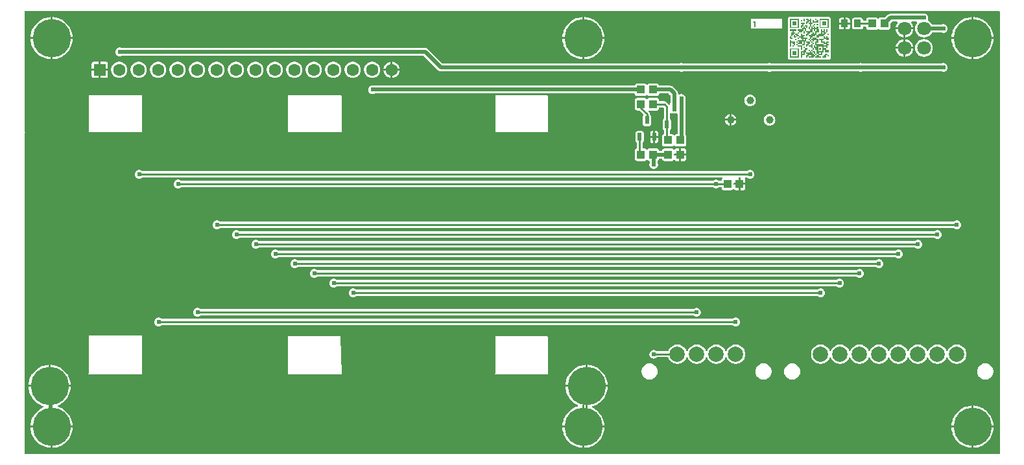
<source format=gtl>
G04 Layer: TopLayer*
G04 Panelize: , Column: 2, Row: 2, Board Size: 127.89mm x 58.42mm, Panelized Board Size: 257.78mm x 118.84mm*
G04 EasyEDA v6.5.34, 2023-09-07 21:57:30*
G04 74dac189c7254be0b42c3ceae140a3ac,5a6b42c53f6a479593ecc07194224c93,10*
G04 Gerber Generator version 0.2*
G04 Scale: 100 percent, Rotated: No, Reflected: No *
G04 Dimensions in millimeters *
G04 leading zeros omitted , absolute positions ,4 integer and 5 decimal *
%FSLAX45Y45*%
%MOMM*%

%ADD10C,0.1524*%
%ADD11C,0.2540*%
%ADD12C,0.5000*%
%ADD13R,1.0000X1.1000*%
%ADD14R,0.8999X1.0000*%
%ADD15R,0.5320X1.0375*%
%ADD16C,1.0000*%
%ADD17C,1.6000*%
%ADD18R,1.6000X1.6000*%
%ADD19C,5.0000*%
%ADD20C,2.0000*%
%ADD21C,1.8000*%
%ADD22C,0.6096*%
%ADD23C,0.0128*%

%LPD*%
G36*
X12750038Y25908D02*
G01*
X36068Y26416D01*
X32156Y27178D01*
X28905Y29362D01*
X26670Y32664D01*
X25908Y36576D01*
X25908Y1056640D01*
X26670Y1060500D01*
X28905Y1063802D01*
X32156Y1066038D01*
X36068Y1066800D01*
X32156Y1067562D01*
X28905Y1069797D01*
X26670Y1073048D01*
X25908Y1076960D01*
X25908Y4218940D01*
X26670Y4222800D01*
X28905Y4226102D01*
X32156Y4228338D01*
X36068Y4229100D01*
X32156Y4229862D01*
X28905Y4232046D01*
X26670Y4235348D01*
X25908Y4239260D01*
X25908Y5805932D01*
X26670Y5809843D01*
X28905Y5813094D01*
X32156Y5815330D01*
X36068Y5816092D01*
X9908540Y5816092D01*
X9912400Y5815330D01*
X9915702Y5813094D01*
X9917887Y5809843D01*
X9918700Y5805932D01*
X9919462Y5809843D01*
X9921646Y5813094D01*
X9924948Y5815330D01*
X9928860Y5816092D01*
X9997440Y5816092D01*
X10001300Y5815330D01*
X10004602Y5813094D01*
X10006787Y5809843D01*
X10007600Y5805932D01*
X10008362Y5809843D01*
X10010546Y5813094D01*
X10013848Y5815330D01*
X10017760Y5816092D01*
X12750038Y5816092D01*
X12753949Y5815330D01*
X12757200Y5813094D01*
X12759436Y5809843D01*
X12760198Y5805932D01*
X12760198Y36068D01*
X12759436Y32156D01*
X12757200Y28905D01*
X12753949Y26670D01*
G37*

%LPC*%
G36*
X393700Y393700D02*
G01*
X656336Y393700D01*
X655929Y404063D01*
X653034Y427024D01*
X648208Y449630D01*
X641553Y471728D01*
X633018Y493217D01*
X622757Y513892D01*
X610819Y533704D01*
X597204Y552348D01*
X582117Y569874D01*
X565607Y586028D01*
X547827Y600760D01*
X528828Y613968D01*
X508812Y625500D01*
X487934Y635355D01*
X467055Y643077D01*
X463702Y645160D01*
X461365Y648360D01*
X460451Y652221D01*
X461060Y656082D01*
X463092Y659485D01*
X466242Y661822D01*
X483412Y669899D01*
X503428Y681431D01*
X522376Y694639D01*
X540207Y709371D01*
X556717Y725525D01*
X571804Y743000D01*
X585419Y761695D01*
X597357Y781456D01*
X607618Y802182D01*
X616153Y823671D01*
X622808Y845769D01*
X627634Y868375D01*
X630529Y891286D01*
X630936Y901700D01*
X368300Y901700D01*
X368300Y666953D01*
X369112Y670864D01*
X371348Y674166D01*
X374700Y676402D01*
X378663Y677113D01*
X383743Y676960D01*
X387553Y676148D01*
X390804Y673912D01*
X392938Y670661D01*
X393700Y666800D01*
G37*
G36*
X12417806Y105562D02*
G01*
X12422428Y105664D01*
X12445390Y108051D01*
X12468098Y112369D01*
X12490348Y118618D01*
X12512040Y126644D01*
X12532918Y136499D01*
X12552934Y148031D01*
X12571933Y161239D01*
X12589713Y175971D01*
X12606223Y192125D01*
X12621310Y209600D01*
X12634925Y228295D01*
X12646863Y248107D01*
X12657124Y268782D01*
X12665659Y290271D01*
X12672314Y312369D01*
X12677140Y334975D01*
X12680035Y357936D01*
X12680442Y368300D01*
X12417806Y368300D01*
G37*
G36*
X393700Y105562D02*
G01*
X398322Y105664D01*
X421284Y108051D01*
X443992Y112369D01*
X466242Y118618D01*
X487934Y126644D01*
X508812Y136499D01*
X528828Y148031D01*
X547827Y161239D01*
X565607Y175971D01*
X582117Y192125D01*
X597204Y209600D01*
X610819Y228295D01*
X622757Y248107D01*
X633018Y268782D01*
X641553Y290271D01*
X648208Y312369D01*
X653034Y334975D01*
X655929Y357936D01*
X656336Y368300D01*
X393700Y368300D01*
G37*
G36*
X7312406Y105613D02*
G01*
X7312406Y368300D01*
X7049516Y368300D01*
X7051395Y346405D01*
X7055256Y323646D01*
X7060996Y301244D01*
X7068566Y279450D01*
X7077964Y258317D01*
X7089089Y238099D01*
X7101890Y218846D01*
X7116267Y200710D01*
X7132066Y183896D01*
X7149236Y168402D01*
X7167625Y154432D01*
X7187133Y142087D01*
X7207605Y131368D01*
X7228941Y122428D01*
X7250887Y115265D01*
X7273391Y109982D01*
X7296251Y106629D01*
G37*
G36*
X12392406Y105613D02*
G01*
X12392406Y368300D01*
X12129516Y368300D01*
X12131395Y346405D01*
X12135256Y323646D01*
X12140996Y301244D01*
X12148566Y279450D01*
X12157964Y258317D01*
X12169089Y238099D01*
X12181890Y218846D01*
X12196267Y200710D01*
X12212066Y183896D01*
X12229236Y168402D01*
X12247626Y154432D01*
X12267133Y142087D01*
X12287605Y131368D01*
X12308941Y122428D01*
X12330887Y115265D01*
X12353391Y109982D01*
X12376251Y106629D01*
G37*
G36*
X368300Y105613D02*
G01*
X368300Y368300D01*
X105410Y368300D01*
X107289Y346405D01*
X111150Y323646D01*
X116890Y301244D01*
X124460Y279450D01*
X133858Y258317D01*
X144983Y238099D01*
X157784Y218846D01*
X172161Y200710D01*
X187960Y183896D01*
X205130Y168402D01*
X223520Y154432D01*
X243027Y142087D01*
X263499Y131368D01*
X284835Y122428D01*
X306781Y115265D01*
X329285Y109982D01*
X352145Y106629D01*
G37*
G36*
X12417806Y393700D02*
G01*
X12680442Y393700D01*
X12680035Y404063D01*
X12677140Y427024D01*
X12672314Y449630D01*
X12665659Y471728D01*
X12657124Y493217D01*
X12646863Y513892D01*
X12634925Y533704D01*
X12621310Y552348D01*
X12606223Y569874D01*
X12589713Y586028D01*
X12571933Y600760D01*
X12552934Y613968D01*
X12532918Y625500D01*
X12512040Y635355D01*
X12490348Y643382D01*
X12468098Y649630D01*
X12445390Y653948D01*
X12422428Y656336D01*
X12417806Y656437D01*
G37*
G36*
X12129516Y393700D02*
G01*
X12392406Y393700D01*
X12392406Y656386D01*
X12376251Y655370D01*
X12353391Y652018D01*
X12330887Y646734D01*
X12308941Y639572D01*
X12287605Y630631D01*
X12267133Y619912D01*
X12247626Y607568D01*
X12229236Y593598D01*
X12212066Y578104D01*
X12196267Y561289D01*
X12181890Y543153D01*
X12169089Y523900D01*
X12157964Y503682D01*
X12148566Y482549D01*
X12140996Y460756D01*
X12135256Y438353D01*
X12131395Y415594D01*
G37*
G36*
X105410Y393700D02*
G01*
X368300Y393700D01*
X368300Y628548D01*
X367538Y624738D01*
X365404Y621436D01*
X362153Y619252D01*
X358343Y618388D01*
X353263Y618286D01*
X349300Y618998D01*
X345948Y621182D01*
X343662Y624535D01*
X342900Y628446D01*
X342900Y901700D01*
X80010Y901700D01*
X81889Y879805D01*
X85699Y857046D01*
X91490Y834644D01*
X99060Y812850D01*
X108458Y791718D01*
X119583Y771448D01*
X132384Y752246D01*
X146761Y734110D01*
X162560Y717245D01*
X179730Y701802D01*
X198120Y687832D01*
X217627Y675436D01*
X238099Y664768D01*
X259435Y655777D01*
X269494Y652526D01*
X273050Y650494D01*
X275539Y647242D01*
X276504Y643280D01*
X275844Y639267D01*
X273659Y635812D01*
X270306Y633476D01*
X263499Y630631D01*
X243027Y619912D01*
X223520Y607568D01*
X205130Y593598D01*
X187960Y578104D01*
X172161Y561289D01*
X157784Y543153D01*
X144983Y523900D01*
X133858Y503682D01*
X124460Y482549D01*
X116890Y460756D01*
X111150Y438353D01*
X107289Y415594D01*
G37*
G36*
X10745317Y5664200D02*
G01*
X10803483Y5664200D01*
X10803483Y5700928D01*
X10802772Y5707227D01*
X10800892Y5712714D01*
X10797794Y5717590D01*
X10793679Y5721705D01*
X10788802Y5724804D01*
X10783316Y5726684D01*
X10777016Y5727395D01*
X10745317Y5727395D01*
G37*
G36*
X7049516Y393700D02*
G01*
X7312406Y393700D01*
X7312406Y666953D01*
X7313218Y670864D01*
X7315453Y674166D01*
X7318806Y676402D01*
X7322769Y677113D01*
X7327849Y676960D01*
X7331659Y676148D01*
X7334910Y673912D01*
X7337044Y670661D01*
X7337806Y666800D01*
X7337806Y393700D01*
X7600442Y393700D01*
X7600035Y404063D01*
X7597140Y427024D01*
X7592314Y449630D01*
X7585659Y471728D01*
X7577124Y493217D01*
X7566863Y513892D01*
X7554925Y533704D01*
X7541310Y552348D01*
X7526223Y569874D01*
X7509713Y586028D01*
X7491933Y600760D01*
X7472934Y613968D01*
X7452918Y625500D01*
X7441692Y630783D01*
X7438390Y633222D01*
X7436358Y636778D01*
X7435900Y640842D01*
X7437018Y644753D01*
X7439659Y647903D01*
X7443266Y649782D01*
X7451242Y652018D01*
X7472934Y660044D01*
X7493812Y669899D01*
X7513828Y681431D01*
X7532827Y694639D01*
X7550607Y709371D01*
X7567117Y725525D01*
X7582204Y743000D01*
X7595819Y761695D01*
X7607757Y781456D01*
X7618069Y802182D01*
X7626553Y823671D01*
X7633208Y845769D01*
X7638034Y868375D01*
X7640929Y891286D01*
X7641386Y901700D01*
X7378700Y901700D01*
X7378700Y628548D01*
X7377938Y624738D01*
X7375804Y621436D01*
X7372553Y619252D01*
X7368743Y618388D01*
X7363663Y618286D01*
X7359700Y618998D01*
X7356348Y621182D01*
X7354112Y624535D01*
X7353300Y628446D01*
X7353300Y901700D01*
X7090460Y901700D01*
X7092289Y879805D01*
X7096150Y857046D01*
X7101890Y834644D01*
X7109459Y812850D01*
X7118858Y791718D01*
X7129983Y771448D01*
X7142784Y752246D01*
X7157161Y734110D01*
X7172959Y717245D01*
X7190130Y701802D01*
X7208520Y687832D01*
X7228027Y675436D01*
X7249312Y664362D01*
X7252411Y661924D01*
X7254290Y658469D01*
X7254748Y654507D01*
X7253681Y650748D01*
X7251192Y647649D01*
X7247737Y645718D01*
X7228941Y639572D01*
X7207605Y630631D01*
X7187133Y619912D01*
X7167625Y607568D01*
X7149236Y593598D01*
X7132066Y578104D01*
X7116267Y561289D01*
X7101890Y543153D01*
X7089089Y523900D01*
X7077964Y503682D01*
X7068566Y482549D01*
X7060996Y460756D01*
X7055256Y438353D01*
X7051395Y415594D01*
G37*
G36*
X10661700Y5664200D02*
G01*
X10719917Y5664200D01*
X10719917Y5727395D01*
X10688167Y5727395D01*
X10681868Y5726684D01*
X10676382Y5724804D01*
X10671505Y5721705D01*
X10667390Y5717590D01*
X10664291Y5712714D01*
X10662412Y5707227D01*
X10661700Y5700928D01*
G37*
G36*
X9540544Y5583682D02*
G01*
X9570669Y5583682D01*
X9576968Y5584393D01*
X9585248Y5587593D01*
X9588042Y5588000D01*
X9917684Y5588000D01*
X9918700Y5588965D01*
X9918700Y5725160D01*
X9917887Y5721248D01*
X9915702Y5717946D01*
X9912400Y5715762D01*
X9908540Y5715000D01*
X9583978Y5715000D01*
X9580626Y5715558D01*
X9576968Y5716828D01*
X9570669Y5717540D01*
X9540544Y5717540D01*
X9534245Y5716828D01*
X9530588Y5715558D01*
X9527235Y5715000D01*
X9513265Y5715000D01*
X9512300Y5713984D01*
X9512300Y5588965D01*
X9513265Y5588000D01*
X9523171Y5588000D01*
X9525965Y5587593D01*
X9528759Y5586323D01*
X9534245Y5584393D01*
G37*
G36*
X10745317Y5575604D02*
G01*
X10777016Y5575604D01*
X10783316Y5576316D01*
X10788802Y5578195D01*
X10793679Y5581294D01*
X10797794Y5585358D01*
X10800892Y5590286D01*
X10802772Y5595721D01*
X10803483Y5602071D01*
X10803483Y5638800D01*
X10745317Y5638800D01*
G37*
G36*
X7378700Y927100D02*
G01*
X7641386Y927100D01*
X7640929Y937463D01*
X7638034Y960424D01*
X7633208Y983030D01*
X7626553Y1005128D01*
X7618069Y1026617D01*
X7607757Y1047292D01*
X7595819Y1067054D01*
X7582204Y1085748D01*
X7567117Y1103274D01*
X7550607Y1119428D01*
X7532827Y1134160D01*
X7513828Y1147318D01*
X7493812Y1158900D01*
X7472934Y1168755D01*
X7451242Y1176782D01*
X7428992Y1182979D01*
X7406284Y1187348D01*
X7383322Y1189736D01*
X7378700Y1189837D01*
G37*
G36*
X7090460Y927100D02*
G01*
X7353300Y927100D01*
X7353300Y1189786D01*
X7337145Y1188770D01*
X7314285Y1185418D01*
X7291781Y1180134D01*
X7269835Y1172972D01*
X7248550Y1164031D01*
X7228027Y1153312D01*
X7208520Y1140968D01*
X7190130Y1126998D01*
X7172959Y1111504D01*
X7157161Y1094689D01*
X7142784Y1076553D01*
X7129983Y1057300D01*
X7118858Y1037082D01*
X7109459Y1015949D01*
X7101890Y994156D01*
X7096150Y971753D01*
X7092289Y948994D01*
G37*
G36*
X368300Y927100D02*
G01*
X630936Y927100D01*
X630529Y937463D01*
X627634Y960424D01*
X622808Y983030D01*
X616153Y1005128D01*
X607618Y1026617D01*
X597357Y1047292D01*
X594918Y1051356D01*
X593496Y1055420D01*
X593902Y1059637D01*
X595985Y1063396D01*
X599440Y1065885D01*
X603605Y1066800D01*
X590753Y1066800D01*
X587654Y1067308D01*
X584809Y1068730D01*
X582574Y1070965D01*
X571804Y1085748D01*
X556717Y1103274D01*
X540207Y1119428D01*
X522376Y1134160D01*
X503428Y1147318D01*
X483412Y1158900D01*
X462483Y1168755D01*
X440842Y1176782D01*
X418592Y1182979D01*
X395884Y1187348D01*
X372922Y1189736D01*
X368300Y1189837D01*
X368300Y1076960D01*
X367538Y1073048D01*
X365302Y1069797D01*
X362000Y1067562D01*
X358140Y1066800D01*
X362000Y1066038D01*
X365302Y1063802D01*
X367538Y1060500D01*
X368300Y1056640D01*
G37*
G36*
X80010Y927100D02*
G01*
X342900Y927100D01*
X342900Y1056640D01*
X343662Y1060500D01*
X345846Y1063802D01*
X349148Y1066038D01*
X353060Y1066800D01*
X349148Y1067562D01*
X345846Y1069797D01*
X343662Y1073048D01*
X342900Y1076960D01*
X342900Y1189786D01*
X326745Y1188770D01*
X303885Y1185418D01*
X281381Y1180134D01*
X259435Y1172972D01*
X238099Y1164031D01*
X217627Y1153312D01*
X198120Y1140968D01*
X179730Y1126998D01*
X162560Y1111504D01*
X146761Y1094689D01*
X132384Y1076553D01*
X128930Y1071321D01*
X126644Y1068882D01*
X123748Y1067358D01*
X120446Y1066800D01*
X107645Y1066800D01*
X111709Y1065936D01*
X115112Y1063498D01*
X117246Y1059891D01*
X117754Y1055725D01*
X116535Y1051763D01*
X108458Y1037082D01*
X99060Y1015949D01*
X91490Y994156D01*
X85699Y971753D01*
X81889Y948994D01*
G37*
G36*
X9675114Y999032D02*
G01*
X9688931Y999896D01*
X9702495Y1002639D01*
X9715652Y1007059D01*
X9728047Y1013206D01*
X9739579Y1020876D01*
X9749993Y1030020D01*
X9759137Y1040434D01*
X9766808Y1051966D01*
X9772954Y1064361D01*
X9777374Y1077518D01*
X9780117Y1091082D01*
X9780981Y1104900D01*
X9780117Y1118717D01*
X9777374Y1132281D01*
X9772954Y1145438D01*
X9766808Y1157833D01*
X9759137Y1169365D01*
X9749993Y1179779D01*
X9739579Y1188923D01*
X9728047Y1196594D01*
X9715652Y1202740D01*
X9702495Y1207160D01*
X9688931Y1209903D01*
X9675114Y1210767D01*
X9661296Y1209903D01*
X9647732Y1207160D01*
X9634575Y1202740D01*
X9622180Y1196594D01*
X9610648Y1188923D01*
X9600234Y1179779D01*
X9591090Y1169365D01*
X9583420Y1157833D01*
X9577273Y1145438D01*
X9572853Y1132281D01*
X9570110Y1118717D01*
X9569246Y1104900D01*
X9570110Y1091082D01*
X9572853Y1077518D01*
X9577273Y1064361D01*
X9583420Y1051966D01*
X9591090Y1040434D01*
X9600234Y1030020D01*
X9610648Y1020876D01*
X9622180Y1013206D01*
X9634575Y1007059D01*
X9647732Y1002639D01*
X9661296Y999896D01*
G37*
G36*
X8187944Y999032D02*
G01*
X8201761Y999896D01*
X8215325Y1002639D01*
X8228431Y1007059D01*
X8240877Y1013206D01*
X8252358Y1020876D01*
X8262772Y1030020D01*
X8271916Y1040434D01*
X8279638Y1051966D01*
X8285734Y1064361D01*
X8290204Y1077518D01*
X8292896Y1091082D01*
X8293811Y1104900D01*
X8292896Y1118717D01*
X8290204Y1132281D01*
X8285734Y1145438D01*
X8279638Y1157833D01*
X8271916Y1169365D01*
X8262772Y1179779D01*
X8252358Y1188923D01*
X8240877Y1196594D01*
X8228431Y1202740D01*
X8215325Y1207160D01*
X8201761Y1209903D01*
X8187944Y1210767D01*
X8174075Y1209903D01*
X8160512Y1207160D01*
X8147405Y1202740D01*
X8134959Y1196594D01*
X8123478Y1188923D01*
X8113064Y1179779D01*
X8103920Y1169365D01*
X8096199Y1157833D01*
X8090103Y1145438D01*
X8085632Y1132281D01*
X8082940Y1118717D01*
X8082025Y1104900D01*
X8082940Y1091082D01*
X8085632Y1077518D01*
X8090103Y1064361D01*
X8096199Y1051966D01*
X8103920Y1040434D01*
X8113064Y1030020D01*
X8123478Y1020876D01*
X8134959Y1013206D01*
X8147405Y1007059D01*
X8160512Y1002639D01*
X8174075Y999896D01*
G37*
G36*
X10049510Y999032D02*
G01*
X10063327Y999896D01*
X10076891Y1002639D01*
X10090048Y1007059D01*
X10102443Y1013206D01*
X10113975Y1020876D01*
X10124389Y1030020D01*
X10133533Y1040434D01*
X10141204Y1051966D01*
X10147350Y1064361D01*
X10151770Y1077518D01*
X10154513Y1091082D01*
X10155377Y1104900D01*
X10154513Y1118717D01*
X10151770Y1132281D01*
X10147350Y1145438D01*
X10141204Y1157833D01*
X10133533Y1169365D01*
X10124389Y1179779D01*
X10113975Y1188923D01*
X10102443Y1196594D01*
X10090048Y1202740D01*
X10076891Y1207160D01*
X10063327Y1209903D01*
X10049510Y1210767D01*
X10035692Y1209903D01*
X10022128Y1207160D01*
X10008971Y1202740D01*
X9996576Y1196594D01*
X9985044Y1188923D01*
X9974630Y1179779D01*
X9965486Y1169365D01*
X9957816Y1157833D01*
X9951669Y1145438D01*
X9947249Y1132281D01*
X9944506Y1118717D01*
X9943642Y1104900D01*
X9944506Y1091082D01*
X9947249Y1077518D01*
X9951669Y1064361D01*
X9957816Y1051966D01*
X9965486Y1040434D01*
X9974630Y1030020D01*
X9985044Y1020876D01*
X9996576Y1013206D01*
X10008971Y1007059D01*
X10022128Y1002639D01*
X10035692Y999896D01*
G37*
G36*
X12570714Y999032D02*
G01*
X12584531Y999896D01*
X12598095Y1002639D01*
X12611201Y1007059D01*
X12623647Y1013206D01*
X12635128Y1020876D01*
X12645542Y1030020D01*
X12654686Y1040434D01*
X12662408Y1051966D01*
X12668504Y1064361D01*
X12672974Y1077518D01*
X12675666Y1091082D01*
X12676581Y1104900D01*
X12675666Y1118717D01*
X12672974Y1132281D01*
X12668504Y1145438D01*
X12662408Y1157833D01*
X12654686Y1169365D01*
X12645542Y1179779D01*
X12635128Y1188923D01*
X12623647Y1196594D01*
X12611201Y1202740D01*
X12598095Y1207160D01*
X12584531Y1209903D01*
X12570714Y1210767D01*
X12556845Y1209903D01*
X12543282Y1207160D01*
X12530175Y1202740D01*
X12517729Y1196594D01*
X12506248Y1188923D01*
X12495834Y1179779D01*
X12486690Y1169365D01*
X12478969Y1157833D01*
X12472873Y1145438D01*
X12468402Y1132281D01*
X12465710Y1118717D01*
X12464796Y1104900D01*
X12465710Y1091082D01*
X12468402Y1077518D01*
X12472873Y1064361D01*
X12478969Y1051966D01*
X12486690Y1040434D01*
X12495834Y1030020D01*
X12506248Y1020876D01*
X12517729Y1013206D01*
X12530175Y1007059D01*
X12543282Y1002639D01*
X12556845Y999896D01*
G37*
G36*
X6162040Y1066800D02*
G01*
X6856984Y1066800D01*
X6858000Y1067816D01*
X6858000Y1561084D01*
X6856984Y1562100D01*
X6173165Y1562100D01*
X6172200Y1561084D01*
X6172200Y1076960D01*
X6171438Y1073048D01*
X6169202Y1069797D01*
X6165900Y1067562D01*
G37*
G36*
X3456940Y1066800D02*
G01*
X4175506Y1066800D01*
X4171645Y1067562D01*
X4168394Y1069695D01*
X4166209Y1072896D01*
X4165346Y1076706D01*
X4152900Y1561084D01*
X4151934Y1562100D01*
X3468115Y1562100D01*
X3467100Y1561084D01*
X3467100Y1076960D01*
X3466337Y1073048D01*
X3464102Y1069797D01*
X3460800Y1067562D01*
G37*
G36*
X853440Y1066800D02*
G01*
X1572260Y1066800D01*
X1568348Y1067562D01*
X1565097Y1069797D01*
X1562862Y1073048D01*
X1562100Y1076960D01*
X1562100Y1573784D01*
X1561084Y1574800D01*
X864616Y1574800D01*
X863600Y1573784D01*
X863600Y1076960D01*
X862837Y1073048D01*
X860602Y1069797D01*
X857300Y1067562D01*
G37*
G36*
X8550503Y1204010D02*
G01*
X8565692Y1204925D01*
X8580628Y1207668D01*
X8595156Y1212189D01*
X8609025Y1218438D01*
X8622030Y1226312D01*
X8633968Y1235659D01*
X8644737Y1246428D01*
X8654135Y1258417D01*
X8661958Y1271422D01*
X8668258Y1285341D01*
X8670493Y1288491D01*
X8673693Y1290574D01*
X8677503Y1291336D01*
X8681313Y1290574D01*
X8684564Y1288491D01*
X8686800Y1285341D01*
X8693048Y1271422D01*
X8700922Y1258417D01*
X8710269Y1246428D01*
X8721039Y1235659D01*
X8732977Y1226312D01*
X8746032Y1218438D01*
X8759850Y1212189D01*
X8774379Y1207668D01*
X8789314Y1204925D01*
X8804503Y1204010D01*
X8819692Y1204925D01*
X8834628Y1207668D01*
X8849156Y1212189D01*
X8863025Y1218438D01*
X8876030Y1226312D01*
X8887968Y1235659D01*
X8898737Y1246428D01*
X8908135Y1258417D01*
X8915958Y1271422D01*
X8922258Y1285341D01*
X8924493Y1288491D01*
X8927693Y1290574D01*
X8931503Y1291336D01*
X8935313Y1290574D01*
X8938564Y1288491D01*
X8940800Y1285341D01*
X8947048Y1271422D01*
X8954922Y1258417D01*
X8964269Y1246428D01*
X8975039Y1235659D01*
X8986977Y1226312D01*
X9000032Y1218438D01*
X9013850Y1212189D01*
X9028379Y1207668D01*
X9043314Y1204925D01*
X9058503Y1204010D01*
X9073692Y1204925D01*
X9088628Y1207668D01*
X9103156Y1212189D01*
X9117025Y1218438D01*
X9130030Y1226312D01*
X9141968Y1235659D01*
X9152737Y1246428D01*
X9162135Y1258417D01*
X9169958Y1271422D01*
X9176258Y1285341D01*
X9178493Y1288491D01*
X9181693Y1290574D01*
X9185503Y1291336D01*
X9189313Y1290574D01*
X9192564Y1288491D01*
X9194800Y1285341D01*
X9201048Y1271422D01*
X9208922Y1258417D01*
X9218269Y1246428D01*
X9229039Y1235659D01*
X9240977Y1226312D01*
X9254032Y1218438D01*
X9267850Y1212189D01*
X9282379Y1207668D01*
X9297314Y1204925D01*
X9312503Y1204010D01*
X9327692Y1204925D01*
X9342628Y1207668D01*
X9357156Y1212189D01*
X9371025Y1218438D01*
X9384030Y1226312D01*
X9395968Y1235659D01*
X9406737Y1246428D01*
X9416135Y1258417D01*
X9423958Y1271422D01*
X9430207Y1285290D01*
X9434728Y1299768D01*
X9437471Y1314754D01*
X9438386Y1329893D01*
X9437471Y1345082D01*
X9434728Y1360017D01*
X9430207Y1374546D01*
X9423958Y1388414D01*
X9416135Y1401419D01*
X9406737Y1413408D01*
X9395968Y1424127D01*
X9384030Y1433525D01*
X9371025Y1441399D01*
X9357156Y1447596D01*
X9342628Y1452118D01*
X9327692Y1454861D01*
X9312503Y1455775D01*
X9297314Y1454861D01*
X9282379Y1452118D01*
X9267850Y1447596D01*
X9254032Y1441399D01*
X9240977Y1433525D01*
X9229039Y1424127D01*
X9218269Y1413408D01*
X9208922Y1401419D01*
X9201048Y1388414D01*
X9194800Y1374495D01*
X9192564Y1371346D01*
X9189313Y1369212D01*
X9185503Y1368501D01*
X9181693Y1369212D01*
X9178493Y1371346D01*
X9176258Y1374495D01*
X9169958Y1388414D01*
X9162135Y1401419D01*
X9152737Y1413408D01*
X9141968Y1424127D01*
X9130030Y1433525D01*
X9117025Y1441399D01*
X9103156Y1447596D01*
X9088628Y1452118D01*
X9073692Y1454861D01*
X9058503Y1455775D01*
X9043314Y1454861D01*
X9028379Y1452118D01*
X9013850Y1447596D01*
X9000032Y1441399D01*
X8986977Y1433525D01*
X8975039Y1424127D01*
X8964269Y1413408D01*
X8954922Y1401419D01*
X8947048Y1388414D01*
X8940800Y1374495D01*
X8938564Y1371346D01*
X8935313Y1369212D01*
X8931503Y1368501D01*
X8927693Y1369212D01*
X8924493Y1371346D01*
X8922258Y1374495D01*
X8915958Y1388414D01*
X8908135Y1401419D01*
X8898737Y1413408D01*
X8887968Y1424127D01*
X8876030Y1433525D01*
X8863025Y1441399D01*
X8849156Y1447596D01*
X8834628Y1452118D01*
X8819692Y1454861D01*
X8804503Y1455775D01*
X8789314Y1454861D01*
X8774379Y1452118D01*
X8759850Y1447596D01*
X8746032Y1441399D01*
X8732977Y1433525D01*
X8721039Y1424127D01*
X8710269Y1413408D01*
X8700922Y1401419D01*
X8693048Y1388414D01*
X8686800Y1374495D01*
X8684564Y1371346D01*
X8681313Y1369212D01*
X8677503Y1368501D01*
X8673693Y1369212D01*
X8670493Y1371346D01*
X8668258Y1374495D01*
X8661958Y1388414D01*
X8654135Y1401419D01*
X8644737Y1413408D01*
X8633968Y1424127D01*
X8622030Y1433525D01*
X8609025Y1441399D01*
X8595156Y1447596D01*
X8580628Y1452118D01*
X8565692Y1454861D01*
X8550503Y1455775D01*
X8535314Y1454861D01*
X8520379Y1452118D01*
X8505850Y1447596D01*
X8492032Y1441399D01*
X8478977Y1433525D01*
X8467039Y1424127D01*
X8456269Y1413408D01*
X8446922Y1401419D01*
X8439048Y1388414D01*
X8432800Y1374495D01*
X8430564Y1371346D01*
X8427313Y1369263D01*
X8423503Y1368501D01*
X8287258Y1368501D01*
X8283397Y1369314D01*
X8280095Y1371498D01*
X8278520Y1373073D01*
X8270443Y1378712D01*
X8261553Y1382877D01*
X8252053Y1385417D01*
X8242300Y1386281D01*
X8232495Y1385417D01*
X8222996Y1382877D01*
X8214106Y1378712D01*
X8206028Y1373073D01*
X8199120Y1366164D01*
X8193481Y1358087D01*
X8189315Y1349197D01*
X8186775Y1339697D01*
X8185912Y1329893D01*
X8186775Y1320139D01*
X8189315Y1310640D01*
X8193481Y1301750D01*
X8199120Y1293672D01*
X8206028Y1286764D01*
X8214106Y1281125D01*
X8222996Y1276959D01*
X8232495Y1274419D01*
X8242300Y1273556D01*
X8252053Y1274419D01*
X8261553Y1276959D01*
X8270443Y1281125D01*
X8278520Y1286764D01*
X8280095Y1288338D01*
X8283346Y1290523D01*
X8287258Y1291285D01*
X8423503Y1291285D01*
X8427313Y1290574D01*
X8430564Y1288491D01*
X8432800Y1285341D01*
X8439048Y1271422D01*
X8446922Y1258417D01*
X8456269Y1246428D01*
X8467039Y1235659D01*
X8478977Y1226312D01*
X8492032Y1218438D01*
X8505850Y1212189D01*
X8520379Y1207668D01*
X8535314Y1204925D01*
G37*
G36*
X10688167Y5575604D02*
G01*
X10719917Y5575604D01*
X10719917Y5638800D01*
X10661700Y5638800D01*
X10661700Y5602071D01*
X10662412Y5595721D01*
X10664291Y5590286D01*
X10667390Y5585358D01*
X10671505Y5581294D01*
X10676382Y5578195D01*
X10681868Y5576316D01*
G37*
G36*
X105410Y5473700D02*
G01*
X368300Y5473700D01*
X368300Y5736386D01*
X352145Y5735370D01*
X329285Y5732018D01*
X306781Y5726734D01*
X284835Y5719572D01*
X263499Y5710631D01*
X243027Y5699912D01*
X223520Y5687568D01*
X205130Y5673598D01*
X187960Y5658104D01*
X172161Y5641289D01*
X157784Y5623153D01*
X144983Y5603900D01*
X133858Y5583682D01*
X124460Y5562549D01*
X116890Y5540756D01*
X111150Y5518353D01*
X107289Y5495594D01*
G37*
G36*
X7049516Y5473700D02*
G01*
X7312406Y5473700D01*
X7312406Y5736386D01*
X7296251Y5735370D01*
X7273391Y5732018D01*
X7250887Y5726734D01*
X7228941Y5719572D01*
X7207605Y5710631D01*
X7187133Y5699912D01*
X7167625Y5687568D01*
X7149236Y5673598D01*
X7132066Y5658104D01*
X7116267Y5641289D01*
X7101890Y5623153D01*
X7089089Y5603900D01*
X7077964Y5583682D01*
X7068566Y5562549D01*
X7060996Y5540756D01*
X7055256Y5518353D01*
X7051395Y5495594D01*
G37*
G36*
X10421112Y1204010D02*
G01*
X10436301Y1204925D01*
X10451236Y1207668D01*
X10465765Y1212189D01*
X10479633Y1218438D01*
X10492638Y1226312D01*
X10504576Y1235659D01*
X10515346Y1246428D01*
X10524693Y1258366D01*
X10532567Y1271371D01*
X10538866Y1285290D01*
X10541050Y1288491D01*
X10544302Y1290574D01*
X10548112Y1291285D01*
X10551922Y1290574D01*
X10555173Y1288491D01*
X10557357Y1285290D01*
X10563656Y1271371D01*
X10571530Y1258366D01*
X10580878Y1246428D01*
X10591647Y1235659D01*
X10603585Y1226312D01*
X10616590Y1218438D01*
X10630458Y1212189D01*
X10644987Y1207668D01*
X10659922Y1204925D01*
X10675112Y1204010D01*
X10690301Y1204925D01*
X10705236Y1207668D01*
X10719765Y1212189D01*
X10733633Y1218438D01*
X10746638Y1226312D01*
X10758576Y1235659D01*
X10769346Y1246428D01*
X10778693Y1258366D01*
X10786567Y1271371D01*
X10792866Y1285290D01*
X10795050Y1288491D01*
X10798302Y1290574D01*
X10802112Y1291285D01*
X10805922Y1290574D01*
X10809173Y1288491D01*
X10811357Y1285290D01*
X10817656Y1271371D01*
X10825530Y1258366D01*
X10834878Y1246428D01*
X10845647Y1235659D01*
X10857585Y1226312D01*
X10870590Y1218438D01*
X10884458Y1212189D01*
X10898987Y1207668D01*
X10913922Y1204925D01*
X10929112Y1204010D01*
X10944301Y1204925D01*
X10959236Y1207668D01*
X10973765Y1212189D01*
X10987633Y1218438D01*
X11000638Y1226312D01*
X11012576Y1235659D01*
X11023346Y1246428D01*
X11032693Y1258366D01*
X11040567Y1271371D01*
X11046866Y1285290D01*
X11049050Y1288491D01*
X11052302Y1290574D01*
X11056112Y1291285D01*
X11059922Y1290574D01*
X11063173Y1288491D01*
X11065357Y1285290D01*
X11071656Y1271371D01*
X11079530Y1258366D01*
X11088878Y1246428D01*
X11099647Y1235659D01*
X11111585Y1226312D01*
X11124590Y1218438D01*
X11138458Y1212189D01*
X11152987Y1207668D01*
X11167922Y1204925D01*
X11183112Y1204010D01*
X11198301Y1204925D01*
X11213236Y1207668D01*
X11227765Y1212189D01*
X11241633Y1218438D01*
X11254638Y1226312D01*
X11266576Y1235659D01*
X11277346Y1246428D01*
X11286693Y1258366D01*
X11294567Y1271371D01*
X11300866Y1285290D01*
X11303050Y1288491D01*
X11306302Y1290574D01*
X11310112Y1291285D01*
X11313922Y1290574D01*
X11317173Y1288491D01*
X11319357Y1285290D01*
X11325656Y1271371D01*
X11333530Y1258366D01*
X11342878Y1246428D01*
X11353647Y1235659D01*
X11365585Y1226312D01*
X11378590Y1218438D01*
X11392458Y1212189D01*
X11406987Y1207668D01*
X11421922Y1204925D01*
X11437112Y1204010D01*
X11452301Y1204925D01*
X11467236Y1207668D01*
X11481765Y1212189D01*
X11495633Y1218438D01*
X11508638Y1226312D01*
X11520576Y1235659D01*
X11531346Y1246428D01*
X11540693Y1258366D01*
X11548567Y1271371D01*
X11554866Y1285290D01*
X11557050Y1288491D01*
X11560302Y1290574D01*
X11564112Y1291285D01*
X11567922Y1290574D01*
X11571173Y1288491D01*
X11573357Y1285290D01*
X11579656Y1271371D01*
X11587530Y1258366D01*
X11596878Y1246428D01*
X11607647Y1235659D01*
X11619585Y1226312D01*
X11632590Y1218438D01*
X11646458Y1212189D01*
X11660987Y1207668D01*
X11675922Y1204925D01*
X11691112Y1204010D01*
X11706301Y1204925D01*
X11721236Y1207668D01*
X11735765Y1212189D01*
X11749633Y1218438D01*
X11762638Y1226312D01*
X11774576Y1235659D01*
X11785346Y1246428D01*
X11794693Y1258366D01*
X11802567Y1271371D01*
X11808866Y1285290D01*
X11811050Y1288491D01*
X11814302Y1290574D01*
X11818112Y1291285D01*
X11821922Y1290574D01*
X11825173Y1288491D01*
X11827357Y1285290D01*
X11833656Y1271371D01*
X11841530Y1258366D01*
X11850878Y1246428D01*
X11861647Y1235659D01*
X11873585Y1226312D01*
X11886590Y1218438D01*
X11900458Y1212189D01*
X11914987Y1207668D01*
X11929922Y1204925D01*
X11945112Y1204010D01*
X11960301Y1204925D01*
X11975236Y1207668D01*
X11989765Y1212189D01*
X12003633Y1218438D01*
X12016638Y1226312D01*
X12028576Y1235659D01*
X12039346Y1246428D01*
X12048693Y1258366D01*
X12056567Y1271371D01*
X12062866Y1285290D01*
X12065050Y1288491D01*
X12068302Y1290574D01*
X12072112Y1291285D01*
X12075922Y1290574D01*
X12079173Y1288491D01*
X12081357Y1285290D01*
X12087656Y1271371D01*
X12095530Y1258366D01*
X12104878Y1246428D01*
X12115647Y1235659D01*
X12127585Y1226312D01*
X12140590Y1218438D01*
X12154458Y1212189D01*
X12168987Y1207668D01*
X12183922Y1204925D01*
X12199112Y1204010D01*
X12214301Y1204925D01*
X12229236Y1207668D01*
X12243765Y1212189D01*
X12257633Y1218438D01*
X12270638Y1226312D01*
X12282576Y1235659D01*
X12293346Y1246428D01*
X12302693Y1258366D01*
X12310567Y1271371D01*
X12316815Y1285240D01*
X12321336Y1299768D01*
X12324080Y1314704D01*
X12324994Y1329893D01*
X12324080Y1345082D01*
X12321336Y1360017D01*
X12316815Y1374546D01*
X12310567Y1388414D01*
X12302693Y1401419D01*
X12293346Y1413357D01*
X12282576Y1424127D01*
X12270638Y1433474D01*
X12257633Y1441348D01*
X12243765Y1447596D01*
X12229236Y1452118D01*
X12214301Y1454861D01*
X12199112Y1455775D01*
X12183922Y1454861D01*
X12168987Y1452118D01*
X12154458Y1447596D01*
X12140590Y1441348D01*
X12127585Y1433474D01*
X12115647Y1424127D01*
X12104878Y1413357D01*
X12095530Y1401419D01*
X12087656Y1388414D01*
X12081357Y1374495D01*
X12079173Y1371295D01*
X12075922Y1369212D01*
X12072112Y1368501D01*
X12068302Y1369212D01*
X12065050Y1371295D01*
X12062866Y1374495D01*
X12056567Y1388414D01*
X12048693Y1401419D01*
X12039346Y1413357D01*
X12028576Y1424127D01*
X12016638Y1433474D01*
X12003633Y1441348D01*
X11989765Y1447596D01*
X11975236Y1452118D01*
X11960301Y1454861D01*
X11945112Y1455775D01*
X11929922Y1454861D01*
X11914987Y1452118D01*
X11900458Y1447596D01*
X11886590Y1441348D01*
X11873585Y1433474D01*
X11861647Y1424127D01*
X11850878Y1413357D01*
X11841530Y1401419D01*
X11833656Y1388414D01*
X11827357Y1374495D01*
X11825173Y1371295D01*
X11821922Y1369212D01*
X11818112Y1368501D01*
X11814302Y1369212D01*
X11811050Y1371295D01*
X11808866Y1374495D01*
X11802567Y1388414D01*
X11794693Y1401419D01*
X11785346Y1413357D01*
X11774576Y1424127D01*
X11762638Y1433474D01*
X11749633Y1441348D01*
X11735765Y1447596D01*
X11721236Y1452118D01*
X11706301Y1454861D01*
X11691112Y1455775D01*
X11675922Y1454861D01*
X11660987Y1452118D01*
X11646458Y1447596D01*
X11632590Y1441348D01*
X11619585Y1433474D01*
X11607647Y1424127D01*
X11596878Y1413357D01*
X11587530Y1401419D01*
X11579656Y1388414D01*
X11573357Y1374495D01*
X11571173Y1371295D01*
X11567922Y1369212D01*
X11564112Y1368501D01*
X11560302Y1369212D01*
X11557050Y1371295D01*
X11554866Y1374495D01*
X11548567Y1388414D01*
X11540693Y1401419D01*
X11531346Y1413357D01*
X11520576Y1424127D01*
X11508638Y1433474D01*
X11495633Y1441348D01*
X11481765Y1447596D01*
X11467236Y1452118D01*
X11452301Y1454861D01*
X11437112Y1455775D01*
X11421922Y1454861D01*
X11406987Y1452118D01*
X11392458Y1447596D01*
X11378590Y1441348D01*
X11365585Y1433474D01*
X11353647Y1424127D01*
X11342878Y1413357D01*
X11333530Y1401419D01*
X11325656Y1388414D01*
X11319357Y1374495D01*
X11317173Y1371295D01*
X11313922Y1369212D01*
X11310112Y1368501D01*
X11306302Y1369212D01*
X11303050Y1371295D01*
X11300866Y1374495D01*
X11294567Y1388414D01*
X11286693Y1401419D01*
X11277346Y1413357D01*
X11266576Y1424127D01*
X11254638Y1433474D01*
X11241633Y1441348D01*
X11227765Y1447596D01*
X11213236Y1452118D01*
X11198301Y1454861D01*
X11183112Y1455775D01*
X11167922Y1454861D01*
X11152987Y1452118D01*
X11138458Y1447596D01*
X11124590Y1441348D01*
X11111585Y1433474D01*
X11099647Y1424127D01*
X11088878Y1413357D01*
X11079530Y1401419D01*
X11071656Y1388414D01*
X11065357Y1374495D01*
X11063173Y1371295D01*
X11059922Y1369212D01*
X11056112Y1368501D01*
X11052302Y1369212D01*
X11049050Y1371295D01*
X11046866Y1374495D01*
X11040567Y1388414D01*
X11032693Y1401419D01*
X11023346Y1413357D01*
X11012576Y1424127D01*
X11000638Y1433474D01*
X10987633Y1441348D01*
X10973765Y1447596D01*
X10959236Y1452118D01*
X10944301Y1454861D01*
X10929112Y1455775D01*
X10913922Y1454861D01*
X10898987Y1452118D01*
X10884458Y1447596D01*
X10870590Y1441348D01*
X10857585Y1433474D01*
X10845647Y1424127D01*
X10834878Y1413357D01*
X10825530Y1401419D01*
X10817656Y1388414D01*
X10811357Y1374495D01*
X10809173Y1371295D01*
X10805922Y1369212D01*
X10802112Y1368501D01*
X10798302Y1369212D01*
X10795050Y1371295D01*
X10792866Y1374495D01*
X10786567Y1388414D01*
X10778693Y1401419D01*
X10769346Y1413357D01*
X10758576Y1424127D01*
X10746638Y1433474D01*
X10733633Y1441348D01*
X10719765Y1447596D01*
X10705236Y1452118D01*
X10690301Y1454861D01*
X10675112Y1455775D01*
X10659922Y1454861D01*
X10644987Y1452118D01*
X10630458Y1447596D01*
X10616590Y1441348D01*
X10603585Y1433474D01*
X10591647Y1424127D01*
X10580878Y1413357D01*
X10571530Y1401419D01*
X10563656Y1388414D01*
X10557357Y1374495D01*
X10555173Y1371295D01*
X10551922Y1369212D01*
X10548112Y1368501D01*
X10544302Y1369212D01*
X10541050Y1371295D01*
X10538866Y1374495D01*
X10532567Y1388414D01*
X10524693Y1401419D01*
X10515346Y1413357D01*
X10504576Y1424127D01*
X10492638Y1433474D01*
X10479633Y1441348D01*
X10465765Y1447596D01*
X10451236Y1452118D01*
X10436301Y1454861D01*
X10421112Y1455775D01*
X10405922Y1454861D01*
X10390987Y1452118D01*
X10376458Y1447596D01*
X10362590Y1441348D01*
X10349585Y1433474D01*
X10337647Y1424127D01*
X10326878Y1413357D01*
X10317530Y1401419D01*
X10309656Y1388414D01*
X10303408Y1374546D01*
X10298887Y1360017D01*
X10296144Y1345082D01*
X10295229Y1329893D01*
X10296144Y1314704D01*
X10298887Y1299768D01*
X10303408Y1285240D01*
X10309656Y1271371D01*
X10317530Y1258366D01*
X10326878Y1246428D01*
X10337647Y1235659D01*
X10349585Y1226312D01*
X10362590Y1218438D01*
X10376458Y1212189D01*
X10390987Y1207668D01*
X10405922Y1204925D01*
G37*
G36*
X12129516Y5473700D02*
G01*
X12392406Y5473700D01*
X12392406Y5736386D01*
X12376251Y5735370D01*
X12353391Y5732018D01*
X12330887Y5726734D01*
X12308941Y5719572D01*
X12287605Y5710631D01*
X12267133Y5699912D01*
X12247626Y5687568D01*
X12229236Y5673598D01*
X12212066Y5658104D01*
X12196267Y5641289D01*
X12181890Y5623153D01*
X12169089Y5603900D01*
X12157964Y5583682D01*
X12148566Y5562549D01*
X12140996Y5540756D01*
X12135256Y5518353D01*
X12131395Y5495594D01*
G37*
G36*
X7337806Y5473700D02*
G01*
X7600442Y5473700D01*
X7600035Y5484063D01*
X7597140Y5507024D01*
X7592314Y5529630D01*
X7585659Y5551728D01*
X7577124Y5573217D01*
X7566863Y5593892D01*
X7554925Y5613704D01*
X7541310Y5632348D01*
X7526223Y5649874D01*
X7509713Y5666028D01*
X7491933Y5680760D01*
X7472934Y5693968D01*
X7452918Y5705500D01*
X7432040Y5715355D01*
X7410348Y5723382D01*
X7388098Y5729630D01*
X7365390Y5733948D01*
X7342428Y5736336D01*
X7337806Y5736437D01*
G37*
G36*
X393700Y5473700D02*
G01*
X656336Y5473700D01*
X655929Y5484063D01*
X653034Y5507024D01*
X648208Y5529630D01*
X641553Y5551728D01*
X633018Y5573217D01*
X622757Y5593892D01*
X610819Y5613704D01*
X597204Y5632348D01*
X582117Y5649874D01*
X565607Y5666028D01*
X547827Y5680760D01*
X528828Y5693968D01*
X508812Y5705500D01*
X487934Y5715355D01*
X466242Y5723382D01*
X443992Y5729630D01*
X421284Y5733948D01*
X398322Y5736336D01*
X393700Y5736437D01*
G37*
G36*
X12417806Y5473700D02*
G01*
X12680442Y5473700D01*
X12680035Y5484063D01*
X12677140Y5507024D01*
X12672314Y5529630D01*
X12665659Y5551728D01*
X12657124Y5573217D01*
X12646863Y5593892D01*
X12634925Y5613704D01*
X12621310Y5632348D01*
X12606223Y5649874D01*
X12589713Y5666028D01*
X12571933Y5680760D01*
X12552934Y5693968D01*
X12532918Y5705500D01*
X12512040Y5715355D01*
X12490348Y5723382D01*
X12468098Y5729630D01*
X12445390Y5733948D01*
X12422428Y5736336D01*
X12417806Y5736437D01*
G37*
G36*
X11503406Y5473039D02*
G01*
X11503406Y5575300D01*
X11400993Y5575300D01*
X11401145Y5573471D01*
X11403838Y5559196D01*
X11408359Y5545328D01*
X11414556Y5532170D01*
X11422329Y5519877D01*
X11431625Y5508650D01*
X11442242Y5498693D01*
X11454028Y5490159D01*
X11466779Y5483148D01*
X11480292Y5477764D01*
X11494414Y5474157D01*
G37*
G36*
X11528806Y5473039D02*
G01*
X11537797Y5474157D01*
X11551920Y5477764D01*
X11565432Y5483148D01*
X11578183Y5490159D01*
X11589969Y5498693D01*
X11600586Y5508650D01*
X11609882Y5519877D01*
X11617655Y5532170D01*
X11623852Y5545328D01*
X11628374Y5559196D01*
X11631066Y5573471D01*
X11631218Y5575300D01*
X11528806Y5575300D01*
G37*
G36*
X11762841Y5472328D02*
G01*
X11777370Y5472328D01*
X11791797Y5474157D01*
X11805920Y5477764D01*
X11819432Y5483148D01*
X11832183Y5490159D01*
X11843969Y5498693D01*
X11854586Y5508650D01*
X11863882Y5519877D01*
X11871807Y5532374D01*
X11874042Y5534914D01*
X11877040Y5536539D01*
X11880392Y5537098D01*
X11998198Y5537098D01*
X12002465Y5536133D01*
X12004802Y5535066D01*
X12014301Y5532526D01*
X12024106Y5531662D01*
X12033859Y5532526D01*
X12043359Y5535066D01*
X12052249Y5539181D01*
X12060326Y5544820D01*
X12067235Y5551779D01*
X12072874Y5559806D01*
X12077039Y5568746D01*
X12079579Y5578195D01*
X12080443Y5588000D01*
X12079579Y5597804D01*
X12077039Y5607253D01*
X12072874Y5616194D01*
X12067235Y5624220D01*
X12060326Y5631180D01*
X12052249Y5636818D01*
X12043359Y5640933D01*
X12033859Y5643473D01*
X12024106Y5644337D01*
X12014301Y5643473D01*
X12004802Y5640933D01*
X12002465Y5639866D01*
X11998198Y5638901D01*
X11880392Y5638901D01*
X11877040Y5639460D01*
X11874042Y5641086D01*
X11871807Y5643626D01*
X11863882Y5656122D01*
X11854586Y5667349D01*
X11843969Y5677306D01*
X11832183Y5685840D01*
X11824868Y5689854D01*
X11821922Y5692292D01*
X11820093Y5695645D01*
X11819636Y5699404D01*
X11820550Y5703062D01*
X11823039Y5708446D01*
X11825579Y5717895D01*
X11826443Y5727700D01*
X11825579Y5737504D01*
X11823039Y5746953D01*
X11818924Y5755894D01*
X11813286Y5763920D01*
X11806326Y5770880D01*
X11798300Y5776518D01*
X11789359Y5780633D01*
X11779910Y5783173D01*
X11770106Y5784037D01*
X11760301Y5783173D01*
X11750852Y5780633D01*
X11748516Y5779566D01*
X11744198Y5778601D01*
X11329619Y5778601D01*
X11324945Y5778398D01*
X11320526Y5777839D01*
X11316208Y5776874D01*
X11311991Y5775553D01*
X11307876Y5773826D01*
X11303914Y5771794D01*
X11300206Y5769406D01*
X11296650Y5766714D01*
X11293246Y5763564D01*
X11265052Y5735370D01*
X11261801Y5733186D01*
X11257889Y5732424D01*
X11203787Y5732424D01*
X11197437Y5731713D01*
X11192002Y5729782D01*
X11187074Y5726684D01*
X11183010Y5722620D01*
X11181791Y5720740D01*
X11178997Y5717794D01*
X11175238Y5716168D01*
X11171174Y5716168D01*
X11167414Y5717794D01*
X11164620Y5720740D01*
X11163401Y5722620D01*
X11159337Y5726684D01*
X11154410Y5729782D01*
X11148974Y5731713D01*
X11142624Y5732424D01*
X11043767Y5732424D01*
X11037468Y5731713D01*
X11031982Y5729782D01*
X11027105Y5726684D01*
X11022990Y5722620D01*
X11019942Y5717692D01*
X11018012Y5712256D01*
X11017300Y5705906D01*
X11017300Y5700268D01*
X11016538Y5696356D01*
X11014303Y5693105D01*
X11011001Y5690870D01*
X11007140Y5690108D01*
X10983671Y5690108D01*
X10980013Y5690768D01*
X10976813Y5692749D01*
X10974578Y5695696D01*
X10973562Y5699302D01*
X10972749Y5707329D01*
X10970869Y5712714D01*
X10967770Y5717590D01*
X10963706Y5721705D01*
X10958779Y5724804D01*
X10953343Y5726684D01*
X10946993Y5727395D01*
X10858144Y5727395D01*
X10851845Y5726684D01*
X10846358Y5724804D01*
X10841482Y5721705D01*
X10837367Y5717590D01*
X10834319Y5712714D01*
X10832388Y5707227D01*
X10831677Y5700928D01*
X10831677Y5602071D01*
X10832388Y5595721D01*
X10834319Y5590286D01*
X10837367Y5585358D01*
X10841482Y5581294D01*
X10846358Y5578195D01*
X10851845Y5576316D01*
X10858144Y5575604D01*
X10946993Y5575604D01*
X10953343Y5576316D01*
X10958779Y5578195D01*
X10963706Y5581294D01*
X10967770Y5585358D01*
X10970869Y5590286D01*
X10972749Y5595670D01*
X10973562Y5603697D01*
X10974578Y5607304D01*
X10976813Y5610250D01*
X10980013Y5612231D01*
X10983671Y5612892D01*
X11007140Y5612892D01*
X11011001Y5612130D01*
X11014303Y5609894D01*
X11016538Y5606643D01*
X11017300Y5602732D01*
X11017300Y5597093D01*
X11018012Y5590743D01*
X11019942Y5585307D01*
X11022990Y5580380D01*
X11027105Y5576316D01*
X11031982Y5573217D01*
X11037468Y5571286D01*
X11043767Y5570575D01*
X11142624Y5570575D01*
X11148974Y5571286D01*
X11154410Y5573217D01*
X11159337Y5576316D01*
X11163401Y5580380D01*
X11164620Y5582259D01*
X11167414Y5585206D01*
X11171174Y5586831D01*
X11175238Y5586831D01*
X11178997Y5585206D01*
X11181791Y5582259D01*
X11183010Y5580380D01*
X11187074Y5576316D01*
X11192002Y5573217D01*
X11197437Y5571286D01*
X11203787Y5570575D01*
X11302644Y5570575D01*
X11308943Y5571286D01*
X11314430Y5573217D01*
X11319306Y5576316D01*
X11323421Y5580380D01*
X11326469Y5585307D01*
X11328400Y5590743D01*
X11329111Y5597093D01*
X11329111Y5651195D01*
X11329873Y5655106D01*
X11332057Y5658408D01*
X11347500Y5673801D01*
X11350802Y5676036D01*
X11354663Y5676798D01*
X11417858Y5676798D01*
X11421618Y5676087D01*
X11424818Y5674055D01*
X11427053Y5670956D01*
X11428018Y5667248D01*
X11427510Y5663488D01*
X11425682Y5660136D01*
X11422329Y5656122D01*
X11414556Y5643829D01*
X11408359Y5630672D01*
X11403838Y5616803D01*
X11401145Y5602528D01*
X11400993Y5600700D01*
X11503406Y5600700D01*
X11503406Y5666638D01*
X11504168Y5670499D01*
X11506403Y5673801D01*
X11509654Y5676036D01*
X11513566Y5676798D01*
X11518646Y5676798D01*
X11522557Y5676036D01*
X11525808Y5673801D01*
X11528044Y5670499D01*
X11528806Y5666638D01*
X11528806Y5600700D01*
X11631218Y5600700D01*
X11631066Y5602528D01*
X11628374Y5616803D01*
X11623852Y5630672D01*
X11617655Y5643829D01*
X11609882Y5656122D01*
X11606530Y5660136D01*
X11604701Y5663488D01*
X11604193Y5667248D01*
X11605158Y5670956D01*
X11607393Y5674055D01*
X11610594Y5676087D01*
X11614353Y5676798D01*
X11671858Y5676798D01*
X11675618Y5676087D01*
X11678818Y5674055D01*
X11681053Y5670956D01*
X11682018Y5667248D01*
X11681510Y5663488D01*
X11679682Y5660136D01*
X11676329Y5656122D01*
X11668556Y5643829D01*
X11662359Y5630672D01*
X11657838Y5616803D01*
X11655145Y5602528D01*
X11654231Y5588000D01*
X11655145Y5573471D01*
X11657838Y5559196D01*
X11662359Y5545328D01*
X11668556Y5532170D01*
X11676329Y5519877D01*
X11685625Y5508650D01*
X11696242Y5498693D01*
X11708028Y5490159D01*
X11720779Y5483148D01*
X11734292Y5477764D01*
X11748414Y5474157D01*
G37*
G36*
X11400993Y5346700D02*
G01*
X11503406Y5346700D01*
X11503406Y5448960D01*
X11494414Y5447842D01*
X11480292Y5444236D01*
X11466779Y5438851D01*
X11454028Y5431840D01*
X11442242Y5423306D01*
X11431625Y5413349D01*
X11422329Y5402122D01*
X11414556Y5389829D01*
X11408359Y5376672D01*
X11403838Y5362803D01*
X11401145Y5348528D01*
G37*
G36*
X11528806Y5346700D02*
G01*
X11631218Y5346700D01*
X11631066Y5348528D01*
X11628374Y5362803D01*
X11623852Y5376672D01*
X11617655Y5389829D01*
X11609882Y5402122D01*
X11600586Y5413349D01*
X11589969Y5423306D01*
X11578183Y5431840D01*
X11565432Y5438851D01*
X11551920Y5444236D01*
X11537797Y5447842D01*
X11528806Y5448960D01*
G37*
G36*
X11528806Y5219039D02*
G01*
X11537797Y5220157D01*
X11551920Y5223764D01*
X11565432Y5229148D01*
X11578183Y5236159D01*
X11589969Y5244693D01*
X11600586Y5254650D01*
X11609882Y5265877D01*
X11617655Y5278170D01*
X11623852Y5291328D01*
X11628374Y5305196D01*
X11631066Y5319471D01*
X11631218Y5321300D01*
X11528806Y5321300D01*
G37*
G36*
X11503406Y5219039D02*
G01*
X11503406Y5321300D01*
X11400993Y5321300D01*
X11401145Y5319471D01*
X11403838Y5305196D01*
X11408359Y5291328D01*
X11414556Y5278170D01*
X11422329Y5265877D01*
X11431625Y5254650D01*
X11442242Y5244693D01*
X11454028Y5236159D01*
X11466779Y5229148D01*
X11480292Y5223764D01*
X11494414Y5220157D01*
G37*
G36*
X11762841Y5218328D02*
G01*
X11777370Y5218328D01*
X11791797Y5220157D01*
X11805920Y5223764D01*
X11819432Y5229148D01*
X11832183Y5236159D01*
X11843969Y5244693D01*
X11854586Y5254650D01*
X11863882Y5265877D01*
X11871655Y5278170D01*
X11877852Y5291328D01*
X11882374Y5305196D01*
X11885066Y5319471D01*
X11885980Y5334000D01*
X11885066Y5348528D01*
X11882374Y5362803D01*
X11877852Y5376672D01*
X11871655Y5389829D01*
X11863882Y5402122D01*
X11854586Y5413349D01*
X11843969Y5423306D01*
X11832183Y5431840D01*
X11819432Y5438851D01*
X11805920Y5444236D01*
X11791797Y5447842D01*
X11777370Y5449671D01*
X11762841Y5449671D01*
X11748414Y5447842D01*
X11734292Y5444236D01*
X11720779Y5438851D01*
X11708028Y5431840D01*
X11696242Y5423306D01*
X11685625Y5413349D01*
X11676329Y5402122D01*
X11668556Y5389829D01*
X11662359Y5376672D01*
X11657838Y5362803D01*
X11655145Y5348528D01*
X11654231Y5334000D01*
X11655145Y5319471D01*
X11657838Y5305196D01*
X11662359Y5291328D01*
X11668556Y5278170D01*
X11676329Y5265877D01*
X11685625Y5254650D01*
X11696242Y5244693D01*
X11708028Y5236159D01*
X11720779Y5229148D01*
X11734292Y5223764D01*
X11748414Y5220157D01*
G37*
G36*
X368300Y5185613D02*
G01*
X368300Y5448300D01*
X105410Y5448300D01*
X107289Y5426405D01*
X111150Y5403646D01*
X116890Y5381244D01*
X124460Y5359450D01*
X133858Y5338318D01*
X144983Y5318099D01*
X157784Y5298846D01*
X172161Y5280710D01*
X187960Y5263896D01*
X205130Y5248402D01*
X223520Y5234432D01*
X243027Y5222087D01*
X263499Y5211368D01*
X284835Y5202428D01*
X306781Y5195265D01*
X329285Y5189982D01*
X352145Y5186629D01*
G37*
G36*
X12392406Y5185613D02*
G01*
X12392406Y5448300D01*
X12129516Y5448300D01*
X12131395Y5426405D01*
X12135256Y5403646D01*
X12140996Y5381244D01*
X12148566Y5359450D01*
X12157964Y5338318D01*
X12169089Y5318099D01*
X12181890Y5298846D01*
X12196267Y5280710D01*
X12212066Y5263896D01*
X12229236Y5248402D01*
X12247626Y5234432D01*
X12267133Y5222087D01*
X12287605Y5211368D01*
X12308941Y5202428D01*
X12330887Y5195265D01*
X12353391Y5189982D01*
X12376251Y5186629D01*
G37*
G36*
X7312406Y5185613D02*
G01*
X7312406Y5448300D01*
X7049516Y5448300D01*
X7051395Y5426405D01*
X7055256Y5403646D01*
X7060996Y5381244D01*
X7068566Y5359450D01*
X7077964Y5338318D01*
X7089089Y5318099D01*
X7101890Y5298846D01*
X7116267Y5280710D01*
X7132066Y5263896D01*
X7149236Y5248402D01*
X7167625Y5234432D01*
X7187133Y5222087D01*
X7207605Y5211368D01*
X7228941Y5202428D01*
X7250887Y5195265D01*
X7273391Y5189982D01*
X7296251Y5186629D01*
G37*
G36*
X393700Y5185562D02*
G01*
X398322Y5185664D01*
X421284Y5188051D01*
X443992Y5192369D01*
X466242Y5198618D01*
X487934Y5206644D01*
X508812Y5216499D01*
X528828Y5228031D01*
X547827Y5241239D01*
X565607Y5255971D01*
X582117Y5272125D01*
X597204Y5289600D01*
X610819Y5308295D01*
X622757Y5328107D01*
X633018Y5348782D01*
X641553Y5370271D01*
X648208Y5392369D01*
X653034Y5414975D01*
X655929Y5437936D01*
X656336Y5448300D01*
X393700Y5448300D01*
G37*
G36*
X7337806Y5185562D02*
G01*
X7342428Y5185664D01*
X7365390Y5188051D01*
X7388098Y5192369D01*
X7410348Y5198618D01*
X7432040Y5206644D01*
X7452918Y5216499D01*
X7472934Y5228031D01*
X7491933Y5241239D01*
X7509713Y5255971D01*
X7526223Y5272125D01*
X7541310Y5289600D01*
X7554925Y5308295D01*
X7566863Y5328107D01*
X7577124Y5348782D01*
X7585659Y5370271D01*
X7592314Y5392369D01*
X7597140Y5414975D01*
X7600035Y5437936D01*
X7600442Y5448300D01*
X7337806Y5448300D01*
G37*
G36*
X12417806Y5185562D02*
G01*
X12422428Y5185664D01*
X12445390Y5188051D01*
X12468098Y5192369D01*
X12490348Y5198618D01*
X12512040Y5206644D01*
X12532918Y5216499D01*
X12552934Y5228031D01*
X12571933Y5241239D01*
X12589713Y5255971D01*
X12606223Y5272125D01*
X12621310Y5289600D01*
X12634925Y5308295D01*
X12646863Y5328107D01*
X12657124Y5348782D01*
X12665659Y5370271D01*
X12672314Y5392369D01*
X12677140Y5414975D01*
X12680035Y5437936D01*
X12680442Y5448300D01*
X12417806Y5448300D01*
G37*
G36*
X10021011Y5181092D02*
G01*
X10527893Y5181092D01*
X10534192Y5181803D01*
X10539679Y5183682D01*
X10544556Y5186781D01*
X10548670Y5190896D01*
X10551718Y5195773D01*
X10553649Y5201208D01*
X10554360Y5207558D01*
X10554360Y5714441D01*
X10553649Y5720740D01*
X10551718Y5726226D01*
X10548670Y5731103D01*
X10544556Y5735218D01*
X10539679Y5738266D01*
X10534192Y5740196D01*
X10527893Y5740908D01*
X10021011Y5740908D01*
X10018877Y5740654D01*
X10014661Y5741060D01*
X10010952Y5743194D01*
X10008463Y5746597D01*
X10007600Y5750763D01*
X10007600Y5742635D01*
X10006787Y5738774D01*
X10004602Y5735472D01*
X10000234Y5731103D01*
X9997186Y5726226D01*
X9995255Y5720740D01*
X9994544Y5714441D01*
X9994544Y5207558D01*
X9995255Y5201208D01*
X9997186Y5195773D01*
X10000234Y5190896D01*
X10004348Y5186781D01*
X10009225Y5183682D01*
X10014712Y5181803D01*
G37*
G36*
X1778000Y1696262D02*
G01*
X1787804Y1697126D01*
X1797253Y1699666D01*
X1806193Y1703781D01*
X1814220Y1709420D01*
X1815795Y1710994D01*
X1819097Y1713230D01*
X1823008Y1713992D01*
X9267545Y1713992D01*
X9271457Y1713230D01*
X9274708Y1710994D01*
X9276283Y1709420D01*
X9284360Y1703781D01*
X9293250Y1699666D01*
X9302750Y1697126D01*
X9312554Y1696262D01*
X9322308Y1697126D01*
X9331807Y1699666D01*
X9340697Y1703781D01*
X9348774Y1709420D01*
X9355683Y1716379D01*
X9361322Y1724406D01*
X9365488Y1733346D01*
X9368028Y1742795D01*
X9368891Y1752600D01*
X9368028Y1762404D01*
X9365488Y1771853D01*
X9361322Y1780793D01*
X9355683Y1788820D01*
X9348774Y1795780D01*
X9340697Y1801418D01*
X9331807Y1805533D01*
X9322308Y1808073D01*
X9312554Y1808937D01*
X9302750Y1808073D01*
X9293250Y1805533D01*
X9284360Y1801418D01*
X9276283Y1795780D01*
X9274708Y1794205D01*
X9271406Y1791970D01*
X9267545Y1791207D01*
X1823008Y1791207D01*
X1819097Y1791970D01*
X1815795Y1794205D01*
X1814220Y1795780D01*
X1806193Y1801418D01*
X1797253Y1805533D01*
X1787804Y1808073D01*
X1778000Y1808937D01*
X1768195Y1808073D01*
X1758746Y1805533D01*
X1749806Y1801418D01*
X1741779Y1795780D01*
X1734820Y1788820D01*
X1729181Y1780793D01*
X1725066Y1771853D01*
X1722526Y1762404D01*
X1721662Y1752600D01*
X1722526Y1742795D01*
X1725066Y1733346D01*
X1729181Y1724406D01*
X1734820Y1716379D01*
X1741779Y1709420D01*
X1749806Y1703781D01*
X1758746Y1699666D01*
X1768195Y1697126D01*
G37*
G36*
X903579Y5060899D02*
G01*
X996797Y5060899D01*
X996797Y5154117D01*
X930046Y5154117D01*
X923747Y5153406D01*
X918260Y5151475D01*
X913384Y5148427D01*
X909269Y5144312D01*
X906221Y5139436D01*
X904290Y5133949D01*
X903579Y5127650D01*
G37*
G36*
X1022197Y5060899D02*
G01*
X1115415Y5060899D01*
X1115415Y5127650D01*
X1114704Y5133949D01*
X1112774Y5139436D01*
X1109726Y5144312D01*
X1105611Y5148427D01*
X1100734Y5151475D01*
X1095248Y5153406D01*
X1088948Y5154117D01*
X1022197Y5154117D01*
G37*
G36*
X2286000Y1823262D02*
G01*
X2295804Y1824126D01*
X2305253Y1826666D01*
X2314194Y1830781D01*
X2322220Y1836420D01*
X2323795Y1837994D01*
X2327097Y1840230D01*
X2331008Y1840992D01*
X8756091Y1840992D01*
X8759952Y1840230D01*
X8763254Y1837994D01*
X8764828Y1836420D01*
X8772906Y1830781D01*
X8781796Y1826666D01*
X8791295Y1824126D01*
X8801100Y1823262D01*
X8810853Y1824126D01*
X8820353Y1826666D01*
X8829243Y1830781D01*
X8837320Y1836420D01*
X8844229Y1843379D01*
X8849868Y1851406D01*
X8854033Y1860346D01*
X8856573Y1869795D01*
X8857437Y1879600D01*
X8856573Y1889404D01*
X8854033Y1898853D01*
X8849868Y1907793D01*
X8844229Y1915820D01*
X8837320Y1922780D01*
X8829243Y1928418D01*
X8820353Y1932533D01*
X8810853Y1935073D01*
X8801100Y1935937D01*
X8791295Y1935073D01*
X8781796Y1932533D01*
X8772906Y1928418D01*
X8764828Y1922780D01*
X8763254Y1921205D01*
X8759952Y1918970D01*
X8756091Y1918207D01*
X2331008Y1918207D01*
X2327097Y1918970D01*
X2323795Y1921205D01*
X2322220Y1922780D01*
X2314194Y1928418D01*
X2305253Y1932533D01*
X2295804Y1935073D01*
X2286000Y1935937D01*
X2276195Y1935073D01*
X2266746Y1932533D01*
X2257806Y1928418D01*
X2249779Y1922780D01*
X2242820Y1915820D01*
X2237181Y1907793D01*
X2233066Y1898853D01*
X2230526Y1889404D01*
X2229662Y1879600D01*
X2230526Y1869795D01*
X2233066Y1860346D01*
X2237181Y1851406D01*
X2242820Y1843379D01*
X2249779Y1836420D01*
X2257806Y1830781D01*
X2266746Y1826666D01*
X2276195Y1824126D01*
G37*
G36*
X4832197Y5060899D02*
G01*
X4924552Y5060899D01*
X4924501Y5062016D01*
X4921758Y5075580D01*
X4917338Y5088737D01*
X4911191Y5101132D01*
X4903520Y5112664D01*
X4894376Y5123078D01*
X4883962Y5132222D01*
X4872431Y5139893D01*
X4860036Y5146040D01*
X4846878Y5150459D01*
X4833315Y5153202D01*
X4832197Y5153253D01*
G37*
G36*
X4714443Y5060899D02*
G01*
X4806797Y5060899D01*
X4806797Y5153253D01*
X4805680Y5153202D01*
X4792116Y5150459D01*
X4778959Y5146040D01*
X4766564Y5139893D01*
X4755032Y5132222D01*
X4744618Y5123078D01*
X4735474Y5112664D01*
X4727803Y5101132D01*
X4721656Y5088737D01*
X4717237Y5075580D01*
X4714494Y5062016D01*
G37*
G36*
X4318000Y2077262D02*
G01*
X4327804Y2078126D01*
X4337253Y2080666D01*
X4346194Y2084781D01*
X4354220Y2090420D01*
X4355795Y2091994D01*
X4359097Y2094230D01*
X4362958Y2094992D01*
X10376154Y2094992D01*
X10380014Y2094230D01*
X10383316Y2091994D01*
X10384891Y2090420D01*
X10392918Y2084781D01*
X10401858Y2080666D01*
X10411307Y2078126D01*
X10421112Y2077262D01*
X10430916Y2078126D01*
X10440365Y2080666D01*
X10449306Y2084781D01*
X10457332Y2090420D01*
X10464292Y2097379D01*
X10469930Y2105406D01*
X10474045Y2114346D01*
X10476585Y2123795D01*
X10477449Y2133600D01*
X10476585Y2143404D01*
X10474045Y2152853D01*
X10469930Y2161794D01*
X10464292Y2169820D01*
X10457332Y2176780D01*
X10449306Y2182418D01*
X10440365Y2186533D01*
X10430916Y2189073D01*
X10421112Y2189937D01*
X10411307Y2189073D01*
X10401858Y2186533D01*
X10392918Y2182418D01*
X10384891Y2176780D01*
X10383316Y2175154D01*
X10380014Y2172970D01*
X10376103Y2172208D01*
X4363008Y2172208D01*
X4359097Y2172970D01*
X4355795Y2175154D01*
X4354220Y2176780D01*
X4346194Y2182418D01*
X4337253Y2186533D01*
X4327804Y2189073D01*
X4318000Y2189937D01*
X4308195Y2189073D01*
X4298746Y2186533D01*
X4289806Y2182418D01*
X4281779Y2176780D01*
X4274820Y2169820D01*
X4269181Y2161794D01*
X4265066Y2152853D01*
X4262526Y2143404D01*
X4261662Y2133600D01*
X4262526Y2123795D01*
X4265066Y2114346D01*
X4269181Y2105406D01*
X4274820Y2097379D01*
X4281779Y2090420D01*
X4289806Y2084781D01*
X4298746Y2080666D01*
X4308195Y2078126D01*
G37*
G36*
X12024106Y5023612D02*
G01*
X12033910Y5024475D01*
X12043359Y5027015D01*
X12052300Y5031181D01*
X12060326Y5036820D01*
X12067286Y5043728D01*
X12072924Y5051806D01*
X12077039Y5060696D01*
X12079579Y5070195D01*
X12080443Y5079949D01*
X12079579Y5089753D01*
X12077039Y5099253D01*
X12072924Y5108143D01*
X12067286Y5116220D01*
X12060326Y5123129D01*
X12052300Y5128768D01*
X12043359Y5132933D01*
X12033910Y5135473D01*
X12024106Y5136337D01*
X12014301Y5135473D01*
X12004852Y5132933D01*
X12002566Y5131866D01*
X11998248Y5130901D01*
X10967974Y5130901D01*
X10963656Y5131866D01*
X10961319Y5132933D01*
X10951870Y5135473D01*
X10942066Y5136337D01*
X10932261Y5135473D01*
X10922812Y5132933D01*
X10920476Y5131866D01*
X10916158Y5130901D01*
X9779508Y5130901D01*
X9775190Y5131866D01*
X9772853Y5132933D01*
X9763404Y5135473D01*
X9753600Y5136337D01*
X9743795Y5135473D01*
X9734346Y5132933D01*
X9732010Y5131866D01*
X9727692Y5130901D01*
X8629904Y5130901D01*
X8625586Y5131866D01*
X8623249Y5132933D01*
X8613800Y5135473D01*
X8603996Y5136337D01*
X8594191Y5135473D01*
X8584742Y5132933D01*
X8582406Y5131866D01*
X8578088Y5130901D01*
X5486298Y5130901D01*
X5482386Y5131663D01*
X5479135Y5133898D01*
X5293969Y5319064D01*
X5290515Y5322214D01*
X5287010Y5324906D01*
X5283250Y5327294D01*
X5279288Y5329326D01*
X5275224Y5331053D01*
X5270957Y5332374D01*
X5266639Y5333339D01*
X5262219Y5333898D01*
X5257596Y5334101D01*
X1295908Y5334101D01*
X1291590Y5335066D01*
X1289253Y5336133D01*
X1279804Y5338673D01*
X1270000Y5339537D01*
X1260195Y5338673D01*
X1250746Y5336133D01*
X1241806Y5332018D01*
X1233779Y5326380D01*
X1226820Y5319420D01*
X1221181Y5311394D01*
X1217066Y5302453D01*
X1214526Y5293004D01*
X1213662Y5283200D01*
X1214526Y5273395D01*
X1217066Y5263946D01*
X1221181Y5255006D01*
X1226820Y5246979D01*
X1233779Y5240020D01*
X1241806Y5234381D01*
X1250746Y5230266D01*
X1260195Y5227726D01*
X1270000Y5226862D01*
X1279804Y5227726D01*
X1289253Y5230266D01*
X1291590Y5231333D01*
X1295908Y5232298D01*
X5232501Y5232298D01*
X5236413Y5231536D01*
X5239664Y5229301D01*
X5424830Y5044135D01*
X5428284Y5040985D01*
X5431790Y5038293D01*
X5435549Y5035905D01*
X5439511Y5033873D01*
X5443575Y5032146D01*
X5447842Y5030825D01*
X5452160Y5029860D01*
X5456580Y5029301D01*
X5461203Y5029098D01*
X8578088Y5029098D01*
X8582406Y5028133D01*
X8584742Y5027066D01*
X8594191Y5024526D01*
X8603996Y5023662D01*
X8613800Y5024526D01*
X8623249Y5027066D01*
X8625586Y5028133D01*
X8629904Y5029098D01*
X9727692Y5029098D01*
X9732010Y5028133D01*
X9734346Y5027066D01*
X9743795Y5024526D01*
X9753600Y5023662D01*
X9763404Y5024526D01*
X9772853Y5027066D01*
X9775190Y5028133D01*
X9779508Y5029098D01*
X10916158Y5029098D01*
X10920476Y5028133D01*
X10922812Y5027066D01*
X10932261Y5024526D01*
X10942066Y5023662D01*
X10951870Y5024526D01*
X10961319Y5027066D01*
X10963656Y5028133D01*
X10967974Y5029098D01*
X11998147Y5029098D01*
X12002414Y5028133D01*
X12004852Y5027015D01*
X12014301Y5024475D01*
G37*
G36*
X4832197Y4943144D02*
G01*
X4833315Y4943195D01*
X4846878Y4945938D01*
X4860036Y4950358D01*
X4872431Y4956505D01*
X4883962Y4964176D01*
X4894376Y4973320D01*
X4903520Y4983734D01*
X4911191Y4995265D01*
X4917338Y5007660D01*
X4921758Y5020818D01*
X4924501Y5034381D01*
X4924552Y5035499D01*
X4832197Y5035499D01*
G37*
G36*
X4064000Y2204262D02*
G01*
X4073804Y2205126D01*
X4083253Y2207666D01*
X4092194Y2211781D01*
X4100220Y2217420D01*
X4101795Y2218994D01*
X4105097Y2221230D01*
X4109008Y2221992D01*
X10622991Y2221992D01*
X10626852Y2221230D01*
X10630154Y2218994D01*
X10631728Y2217420D01*
X10639806Y2211781D01*
X10648696Y2207666D01*
X10658195Y2205126D01*
X10668000Y2204262D01*
X10677753Y2205126D01*
X10687253Y2207666D01*
X10696143Y2211781D01*
X10704220Y2217420D01*
X10711129Y2224379D01*
X10716768Y2232406D01*
X10720933Y2241346D01*
X10723473Y2250795D01*
X10724337Y2260600D01*
X10723473Y2270404D01*
X10720933Y2279853D01*
X10716768Y2288794D01*
X10711129Y2296820D01*
X10704220Y2303780D01*
X10696143Y2309418D01*
X10687253Y2313533D01*
X10677753Y2316073D01*
X10668000Y2316937D01*
X10658195Y2316073D01*
X10648696Y2313533D01*
X10639806Y2309418D01*
X10631728Y2303780D01*
X10630154Y2302205D01*
X10626852Y2299970D01*
X10622991Y2299208D01*
X4109008Y2299208D01*
X4105097Y2299970D01*
X4101795Y2302205D01*
X4100220Y2303780D01*
X4092194Y2309418D01*
X4083253Y2313533D01*
X4073804Y2316073D01*
X4064000Y2316937D01*
X4054195Y2316073D01*
X4044746Y2313533D01*
X4035806Y2309418D01*
X4027779Y2303780D01*
X4020820Y2296820D01*
X4015181Y2288794D01*
X4011066Y2279853D01*
X4008526Y2270404D01*
X4007662Y2260600D01*
X4008526Y2250795D01*
X4011066Y2241346D01*
X4015181Y2232406D01*
X4020820Y2224379D01*
X4027779Y2217420D01*
X4035806Y2211781D01*
X4044746Y2207666D01*
X4054195Y2205126D01*
G37*
G36*
X4806797Y4943144D02*
G01*
X4806797Y5035499D01*
X4714443Y5035499D01*
X4714494Y5034381D01*
X4717237Y5020818D01*
X4721656Y5007660D01*
X4727803Y4995265D01*
X4735474Y4983734D01*
X4744618Y4973320D01*
X4755032Y4964176D01*
X4766564Y4956505D01*
X4778959Y4950358D01*
X4792116Y4945938D01*
X4805680Y4943195D01*
G37*
G36*
X4565497Y4942332D02*
G01*
X4579315Y4943195D01*
X4592878Y4945938D01*
X4606036Y4950358D01*
X4618431Y4956505D01*
X4629962Y4964176D01*
X4640376Y4973320D01*
X4649520Y4983734D01*
X4657191Y4995265D01*
X4663338Y5007660D01*
X4667758Y5020818D01*
X4670501Y5034381D01*
X4671364Y5048199D01*
X4670501Y5062016D01*
X4667758Y5075580D01*
X4663338Y5088737D01*
X4657191Y5101132D01*
X4649520Y5112664D01*
X4640376Y5123078D01*
X4629962Y5132222D01*
X4618431Y5139893D01*
X4606036Y5146040D01*
X4592878Y5150459D01*
X4579315Y5153202D01*
X4565497Y5154066D01*
X4551680Y5153202D01*
X4538116Y5150459D01*
X4524959Y5146040D01*
X4512564Y5139893D01*
X4501032Y5132222D01*
X4490618Y5123078D01*
X4481474Y5112664D01*
X4473803Y5101132D01*
X4467656Y5088737D01*
X4463237Y5075580D01*
X4460494Y5062016D01*
X4459630Y5048199D01*
X4460494Y5034381D01*
X4463237Y5020818D01*
X4467656Y5007660D01*
X4473803Y4995265D01*
X4481474Y4983734D01*
X4490618Y4973320D01*
X4501032Y4964176D01*
X4512564Y4956505D01*
X4524959Y4950358D01*
X4538116Y4945938D01*
X4551680Y4943195D01*
G37*
G36*
X3810000Y2331262D02*
G01*
X3819804Y2332126D01*
X3829253Y2334666D01*
X3838194Y2338781D01*
X3846220Y2344420D01*
X3847795Y2345994D01*
X3851097Y2348230D01*
X3854958Y2348992D01*
X10884154Y2348992D01*
X10888014Y2348230D01*
X10891316Y2345994D01*
X10892891Y2344420D01*
X10900918Y2338781D01*
X10909858Y2334666D01*
X10919307Y2332126D01*
X10929112Y2331262D01*
X10938916Y2332126D01*
X10948365Y2334666D01*
X10957306Y2338781D01*
X10965332Y2344420D01*
X10972292Y2351379D01*
X10977930Y2359406D01*
X10982045Y2368346D01*
X10984585Y2377795D01*
X10985449Y2387600D01*
X10984585Y2397404D01*
X10982045Y2406853D01*
X10977930Y2415794D01*
X10972292Y2423820D01*
X10965332Y2430780D01*
X10957306Y2436418D01*
X10948365Y2440533D01*
X10938916Y2443073D01*
X10929112Y2443937D01*
X10919307Y2443073D01*
X10909858Y2440533D01*
X10900918Y2436418D01*
X10892891Y2430780D01*
X10891316Y2429154D01*
X10888014Y2426970D01*
X10884103Y2426208D01*
X3855008Y2426208D01*
X3851097Y2426970D01*
X3847795Y2429154D01*
X3846220Y2430780D01*
X3838194Y2436418D01*
X3829253Y2440533D01*
X3819804Y2443073D01*
X3810000Y2443937D01*
X3800195Y2443073D01*
X3790746Y2440533D01*
X3781806Y2436418D01*
X3773779Y2430780D01*
X3766820Y2423820D01*
X3761181Y2415794D01*
X3757066Y2406853D01*
X3754526Y2397404D01*
X3753662Y2387600D01*
X3754526Y2377795D01*
X3757066Y2368346D01*
X3761181Y2359406D01*
X3766820Y2351379D01*
X3773779Y2344420D01*
X3781806Y2338781D01*
X3790746Y2334666D01*
X3800195Y2332126D01*
G37*
G36*
X2787497Y4942332D02*
G01*
X2801315Y4943195D01*
X2814878Y4945938D01*
X2828036Y4950358D01*
X2840431Y4956505D01*
X2851962Y4964176D01*
X2862376Y4973320D01*
X2871520Y4983734D01*
X2879191Y4995265D01*
X2885338Y5007660D01*
X2889758Y5020818D01*
X2892501Y5034381D01*
X2893364Y5048199D01*
X2892501Y5062016D01*
X2889758Y5075580D01*
X2885338Y5088737D01*
X2879191Y5101132D01*
X2871520Y5112664D01*
X2862376Y5123078D01*
X2851962Y5132222D01*
X2840431Y5139893D01*
X2828036Y5146040D01*
X2814878Y5150459D01*
X2801315Y5153202D01*
X2787497Y5154066D01*
X2773680Y5153202D01*
X2760116Y5150459D01*
X2746959Y5146040D01*
X2734564Y5139893D01*
X2723032Y5132222D01*
X2712618Y5123078D01*
X2703474Y5112664D01*
X2695803Y5101132D01*
X2689656Y5088737D01*
X2685237Y5075580D01*
X2682494Y5062016D01*
X2681630Y5048199D01*
X2682494Y5034381D01*
X2685237Y5020818D01*
X2689656Y5007660D01*
X2695803Y4995265D01*
X2703474Y4983734D01*
X2712618Y4973320D01*
X2723032Y4964176D01*
X2734564Y4956505D01*
X2746959Y4950358D01*
X2760116Y4945938D01*
X2773680Y4943195D01*
G37*
G36*
X4311497Y4942332D02*
G01*
X4325315Y4943195D01*
X4338878Y4945938D01*
X4352036Y4950358D01*
X4364431Y4956505D01*
X4375962Y4964176D01*
X4386376Y4973320D01*
X4395520Y4983734D01*
X4403191Y4995265D01*
X4409338Y5007660D01*
X4413758Y5020818D01*
X4416501Y5034381D01*
X4417364Y5048199D01*
X4416501Y5062016D01*
X4413758Y5075580D01*
X4409338Y5088737D01*
X4403191Y5101132D01*
X4395520Y5112664D01*
X4386376Y5123078D01*
X4375962Y5132222D01*
X4364431Y5139893D01*
X4352036Y5146040D01*
X4338878Y5150459D01*
X4325315Y5153202D01*
X4311497Y5154066D01*
X4297680Y5153202D01*
X4284116Y5150459D01*
X4270959Y5146040D01*
X4258564Y5139893D01*
X4247032Y5132222D01*
X4236618Y5123078D01*
X4227474Y5112664D01*
X4219803Y5101132D01*
X4213656Y5088737D01*
X4209237Y5075580D01*
X4206494Y5062016D01*
X4205630Y5048199D01*
X4206494Y5034381D01*
X4209237Y5020818D01*
X4213656Y5007660D01*
X4219803Y4995265D01*
X4227474Y4983734D01*
X4236618Y4973320D01*
X4247032Y4964176D01*
X4258564Y4956505D01*
X4270959Y4950358D01*
X4284116Y4945938D01*
X4297680Y4943195D01*
G37*
G36*
X3556000Y2458262D02*
G01*
X3565804Y2459126D01*
X3575253Y2461666D01*
X3584194Y2465781D01*
X3592220Y2471420D01*
X3593795Y2472994D01*
X3597097Y2475230D01*
X3600958Y2475992D01*
X11138154Y2475992D01*
X11142014Y2475230D01*
X11145316Y2472994D01*
X11146891Y2471420D01*
X11154918Y2465781D01*
X11163858Y2461666D01*
X11173307Y2459126D01*
X11183112Y2458262D01*
X11192916Y2459126D01*
X11202365Y2461666D01*
X11211306Y2465781D01*
X11219332Y2471420D01*
X11226292Y2478379D01*
X11231930Y2486406D01*
X11236045Y2495346D01*
X11238585Y2504795D01*
X11239449Y2514600D01*
X11238585Y2524404D01*
X11236045Y2533853D01*
X11231930Y2542794D01*
X11226292Y2550820D01*
X11219332Y2557780D01*
X11211306Y2563418D01*
X11202365Y2567533D01*
X11192916Y2570073D01*
X11183112Y2570937D01*
X11173307Y2570073D01*
X11163858Y2567533D01*
X11154918Y2563418D01*
X11146891Y2557780D01*
X11145316Y2556154D01*
X11142014Y2553970D01*
X11138103Y2553208D01*
X3601008Y2553208D01*
X3597097Y2553970D01*
X3593795Y2556154D01*
X3592220Y2557780D01*
X3584194Y2563418D01*
X3575253Y2567533D01*
X3565804Y2570073D01*
X3556000Y2570937D01*
X3546195Y2570073D01*
X3536746Y2567533D01*
X3527806Y2563418D01*
X3519779Y2557780D01*
X3512820Y2550820D01*
X3507181Y2542794D01*
X3503066Y2533853D01*
X3500526Y2524404D01*
X3499662Y2514600D01*
X3500526Y2504795D01*
X3503066Y2495346D01*
X3507181Y2486406D01*
X3512820Y2478379D01*
X3519779Y2471420D01*
X3527806Y2465781D01*
X3536746Y2461666D01*
X3546195Y2459126D01*
G37*
G36*
X3041497Y4942332D02*
G01*
X3055315Y4943195D01*
X3068878Y4945938D01*
X3082036Y4950358D01*
X3094431Y4956505D01*
X3105962Y4964176D01*
X3116376Y4973320D01*
X3125520Y4983734D01*
X3133191Y4995265D01*
X3139338Y5007660D01*
X3143758Y5020818D01*
X3146501Y5034381D01*
X3147364Y5048199D01*
X3146501Y5062016D01*
X3143758Y5075580D01*
X3139338Y5088737D01*
X3133191Y5101132D01*
X3125520Y5112664D01*
X3116376Y5123078D01*
X3105962Y5132222D01*
X3094431Y5139893D01*
X3082036Y5146040D01*
X3068878Y5150459D01*
X3055315Y5153202D01*
X3041497Y5154066D01*
X3027680Y5153202D01*
X3014116Y5150459D01*
X3000959Y5146040D01*
X2988564Y5139893D01*
X2977032Y5132222D01*
X2966618Y5123078D01*
X2957474Y5112664D01*
X2949803Y5101132D01*
X2943656Y5088737D01*
X2939237Y5075580D01*
X2936494Y5062016D01*
X2935630Y5048199D01*
X2936494Y5034381D01*
X2939237Y5020818D01*
X2943656Y5007660D01*
X2949803Y4995265D01*
X2957474Y4983734D01*
X2966618Y4973320D01*
X2977032Y4964176D01*
X2988564Y4956505D01*
X3000959Y4950358D01*
X3014116Y4945938D01*
X3027680Y4943195D01*
G37*
G36*
X3295497Y4942332D02*
G01*
X3309315Y4943195D01*
X3322878Y4945938D01*
X3336036Y4950358D01*
X3348431Y4956505D01*
X3359962Y4964176D01*
X3370376Y4973320D01*
X3379520Y4983734D01*
X3387191Y4995265D01*
X3393338Y5007660D01*
X3397758Y5020818D01*
X3400501Y5034381D01*
X3401364Y5048199D01*
X3400501Y5062016D01*
X3397758Y5075580D01*
X3393338Y5088737D01*
X3387191Y5101132D01*
X3379520Y5112664D01*
X3370376Y5123078D01*
X3359962Y5132222D01*
X3348431Y5139893D01*
X3336036Y5146040D01*
X3322878Y5150459D01*
X3309315Y5153202D01*
X3295497Y5154066D01*
X3281679Y5153202D01*
X3268116Y5150459D01*
X3254959Y5146040D01*
X3242564Y5139893D01*
X3231032Y5132222D01*
X3220618Y5123078D01*
X3211474Y5112664D01*
X3203803Y5101132D01*
X3197656Y5088737D01*
X3193237Y5075580D01*
X3190494Y5062016D01*
X3189630Y5048199D01*
X3190494Y5034381D01*
X3193237Y5020818D01*
X3197656Y5007660D01*
X3203803Y4995265D01*
X3211474Y4983734D01*
X3220618Y4973320D01*
X3231032Y4964176D01*
X3242564Y4956505D01*
X3254959Y4950358D01*
X3268116Y4945938D01*
X3281679Y4943195D01*
G37*
G36*
X3302000Y2585262D02*
G01*
X3311804Y2586126D01*
X3321253Y2588666D01*
X3330194Y2592781D01*
X3338220Y2598420D01*
X3339795Y2599994D01*
X3343097Y2602230D01*
X3346958Y2602992D01*
X11392154Y2602992D01*
X11396014Y2602230D01*
X11399316Y2599994D01*
X11400891Y2598420D01*
X11408918Y2592781D01*
X11417858Y2588666D01*
X11427307Y2586126D01*
X11437112Y2585262D01*
X11446916Y2586126D01*
X11456365Y2588666D01*
X11465306Y2592781D01*
X11473332Y2598420D01*
X11480292Y2605379D01*
X11485930Y2613406D01*
X11490045Y2622346D01*
X11492585Y2631795D01*
X11493449Y2641600D01*
X11492585Y2651404D01*
X11490045Y2660853D01*
X11485930Y2669794D01*
X11480292Y2677820D01*
X11473332Y2684780D01*
X11465306Y2690418D01*
X11456365Y2694533D01*
X11446916Y2697073D01*
X11437112Y2697937D01*
X11427307Y2697073D01*
X11417858Y2694533D01*
X11408918Y2690418D01*
X11400891Y2684780D01*
X11399316Y2683154D01*
X11396014Y2680970D01*
X11392103Y2680208D01*
X3347008Y2680208D01*
X3343097Y2680970D01*
X3339795Y2683154D01*
X3338220Y2684780D01*
X3330194Y2690418D01*
X3321253Y2694533D01*
X3311804Y2697073D01*
X3302000Y2697937D01*
X3292195Y2697073D01*
X3282746Y2694533D01*
X3273806Y2690418D01*
X3265779Y2684780D01*
X3258820Y2677820D01*
X3253181Y2669794D01*
X3249066Y2660853D01*
X3246526Y2651404D01*
X3245662Y2641600D01*
X3246526Y2631795D01*
X3249066Y2622346D01*
X3253181Y2613406D01*
X3258820Y2605379D01*
X3265779Y2598420D01*
X3273806Y2592781D01*
X3282746Y2588666D01*
X3292195Y2586126D01*
G37*
G36*
X2279497Y4942332D02*
G01*
X2293315Y4943195D01*
X2306878Y4945938D01*
X2320036Y4950358D01*
X2332431Y4956505D01*
X2343962Y4964176D01*
X2354376Y4973320D01*
X2363520Y4983734D01*
X2371191Y4995265D01*
X2377338Y5007660D01*
X2381758Y5020818D01*
X2384501Y5034381D01*
X2385364Y5048199D01*
X2384501Y5062016D01*
X2381758Y5075580D01*
X2377338Y5088737D01*
X2371191Y5101132D01*
X2363520Y5112664D01*
X2354376Y5123078D01*
X2343962Y5132222D01*
X2332431Y5139893D01*
X2320036Y5146040D01*
X2306878Y5150459D01*
X2293315Y5153202D01*
X2279497Y5154066D01*
X2265680Y5153202D01*
X2252116Y5150459D01*
X2238959Y5146040D01*
X2226564Y5139893D01*
X2215032Y5132222D01*
X2204618Y5123078D01*
X2195474Y5112664D01*
X2187803Y5101132D01*
X2181656Y5088737D01*
X2177237Y5075580D01*
X2174494Y5062016D01*
X2173630Y5048199D01*
X2174494Y5034381D01*
X2177237Y5020818D01*
X2181656Y5007660D01*
X2187803Y4995265D01*
X2195474Y4983734D01*
X2204618Y4973320D01*
X2215032Y4964176D01*
X2226564Y4956505D01*
X2238959Y4950358D01*
X2252116Y4945938D01*
X2265680Y4943195D01*
G37*
G36*
X3803497Y4942332D02*
G01*
X3817315Y4943195D01*
X3830878Y4945938D01*
X3844036Y4950358D01*
X3856431Y4956505D01*
X3867962Y4964176D01*
X3878376Y4973320D01*
X3887520Y4983734D01*
X3895191Y4995265D01*
X3901338Y5007660D01*
X3905758Y5020818D01*
X3908501Y5034381D01*
X3909364Y5048199D01*
X3908501Y5062016D01*
X3905758Y5075580D01*
X3901338Y5088737D01*
X3895191Y5101132D01*
X3887520Y5112664D01*
X3878376Y5123078D01*
X3867962Y5132222D01*
X3856431Y5139893D01*
X3844036Y5146040D01*
X3830878Y5150459D01*
X3817315Y5153202D01*
X3803497Y5154066D01*
X3789679Y5153202D01*
X3776116Y5150459D01*
X3762959Y5146040D01*
X3750564Y5139893D01*
X3739032Y5132222D01*
X3728618Y5123078D01*
X3719474Y5112664D01*
X3711803Y5101132D01*
X3705656Y5088737D01*
X3701237Y5075580D01*
X3698494Y5062016D01*
X3697630Y5048199D01*
X3698494Y5034381D01*
X3701237Y5020818D01*
X3705656Y5007660D01*
X3711803Y4995265D01*
X3719474Y4983734D01*
X3728618Y4973320D01*
X3739032Y4964176D01*
X3750564Y4956505D01*
X3762959Y4950358D01*
X3776116Y4945938D01*
X3789679Y4943195D01*
G37*
G36*
X3048000Y2712262D02*
G01*
X3057804Y2713126D01*
X3067253Y2715666D01*
X3076194Y2719781D01*
X3084220Y2725420D01*
X3085795Y2726994D01*
X3089097Y2729230D01*
X3092958Y2729992D01*
X11646154Y2729992D01*
X11650014Y2729230D01*
X11653316Y2726994D01*
X11654891Y2725420D01*
X11662918Y2719781D01*
X11671858Y2715666D01*
X11681307Y2713126D01*
X11691112Y2712262D01*
X11700916Y2713126D01*
X11710365Y2715666D01*
X11719306Y2719781D01*
X11727332Y2725420D01*
X11734292Y2732379D01*
X11739930Y2740406D01*
X11744045Y2749346D01*
X11746585Y2758795D01*
X11747449Y2768600D01*
X11746585Y2778404D01*
X11744045Y2787853D01*
X11739930Y2796794D01*
X11734292Y2804820D01*
X11727332Y2811780D01*
X11719306Y2817418D01*
X11710365Y2821533D01*
X11700916Y2824073D01*
X11691112Y2824937D01*
X11681307Y2824073D01*
X11671858Y2821533D01*
X11662918Y2817418D01*
X11654891Y2811780D01*
X11653316Y2810154D01*
X11650014Y2807970D01*
X11646103Y2807208D01*
X3093008Y2807208D01*
X3089097Y2807970D01*
X3085795Y2810154D01*
X3084220Y2811780D01*
X3076194Y2817418D01*
X3067253Y2821533D01*
X3057804Y2824073D01*
X3048000Y2824937D01*
X3038195Y2824073D01*
X3028746Y2821533D01*
X3019806Y2817418D01*
X3011779Y2811780D01*
X3004820Y2804820D01*
X2999181Y2796794D01*
X2995066Y2787853D01*
X2992526Y2778404D01*
X2991662Y2768600D01*
X2992526Y2758795D01*
X2995066Y2749346D01*
X2999181Y2740406D01*
X3004820Y2732379D01*
X3011779Y2725420D01*
X3019806Y2719781D01*
X3028746Y2715666D01*
X3038195Y2713126D01*
G37*
G36*
X4057497Y4942332D02*
G01*
X4071315Y4943195D01*
X4084878Y4945938D01*
X4098036Y4950358D01*
X4110431Y4956505D01*
X4121962Y4964176D01*
X4132376Y4973320D01*
X4141520Y4983734D01*
X4149191Y4995265D01*
X4155338Y5007660D01*
X4159758Y5020818D01*
X4162501Y5034381D01*
X4163364Y5048199D01*
X4162501Y5062016D01*
X4159758Y5075580D01*
X4155338Y5088737D01*
X4149191Y5101132D01*
X4141520Y5112664D01*
X4132376Y5123078D01*
X4121962Y5132222D01*
X4110431Y5139893D01*
X4098036Y5146040D01*
X4084878Y5150459D01*
X4071315Y5153202D01*
X4057497Y5154066D01*
X4043679Y5153202D01*
X4030116Y5150459D01*
X4016959Y5146040D01*
X4004564Y5139893D01*
X3993032Y5132222D01*
X3982618Y5123078D01*
X3973474Y5112664D01*
X3965803Y5101132D01*
X3959656Y5088737D01*
X3955237Y5075580D01*
X3952494Y5062016D01*
X3951630Y5048199D01*
X3952494Y5034381D01*
X3955237Y5020818D01*
X3959656Y5007660D01*
X3965803Y4995265D01*
X3973474Y4983734D01*
X3982618Y4973320D01*
X3993032Y4964176D01*
X4004564Y4956505D01*
X4016959Y4950358D01*
X4030116Y4945938D01*
X4043679Y4943195D01*
G37*
G36*
X2533497Y4942332D02*
G01*
X2547315Y4943195D01*
X2560878Y4945938D01*
X2574036Y4950358D01*
X2586431Y4956505D01*
X2597962Y4964176D01*
X2608376Y4973320D01*
X2617520Y4983734D01*
X2625191Y4995265D01*
X2631338Y5007660D01*
X2635758Y5020818D01*
X2638501Y5034381D01*
X2639364Y5048199D01*
X2638501Y5062016D01*
X2635758Y5075580D01*
X2631338Y5088737D01*
X2625191Y5101132D01*
X2617520Y5112664D01*
X2608376Y5123078D01*
X2597962Y5132222D01*
X2586431Y5139893D01*
X2574036Y5146040D01*
X2560878Y5150459D01*
X2547315Y5153202D01*
X2533497Y5154066D01*
X2519680Y5153202D01*
X2506116Y5150459D01*
X2492959Y5146040D01*
X2480564Y5139893D01*
X2469032Y5132222D01*
X2458618Y5123078D01*
X2449474Y5112664D01*
X2441803Y5101132D01*
X2435656Y5088737D01*
X2431237Y5075580D01*
X2428494Y5062016D01*
X2427630Y5048199D01*
X2428494Y5034381D01*
X2431237Y5020818D01*
X2435656Y5007660D01*
X2441803Y4995265D01*
X2449474Y4983734D01*
X2458618Y4973320D01*
X2469032Y4964176D01*
X2480564Y4956505D01*
X2492959Y4950358D01*
X2506116Y4945938D01*
X2519680Y4943195D01*
G37*
G36*
X2794000Y2839262D02*
G01*
X2803804Y2840126D01*
X2813253Y2842666D01*
X2822194Y2846781D01*
X2830220Y2852420D01*
X2831795Y2853994D01*
X2835097Y2856230D01*
X2838958Y2856992D01*
X11900154Y2856992D01*
X11904014Y2856230D01*
X11907316Y2853994D01*
X11908891Y2852420D01*
X11916918Y2846781D01*
X11925858Y2842666D01*
X11935307Y2840126D01*
X11945112Y2839262D01*
X11954916Y2840126D01*
X11964365Y2842666D01*
X11973306Y2846781D01*
X11981332Y2852420D01*
X11988292Y2859379D01*
X11993930Y2867406D01*
X11998045Y2876346D01*
X12000585Y2885795D01*
X12001449Y2895600D01*
X12000585Y2905404D01*
X11998045Y2914853D01*
X11993930Y2923794D01*
X11988292Y2931820D01*
X11981332Y2938780D01*
X11973306Y2944418D01*
X11964365Y2948533D01*
X11954916Y2951073D01*
X11945112Y2951937D01*
X11935307Y2951073D01*
X11925858Y2948533D01*
X11916918Y2944418D01*
X11908891Y2938780D01*
X11907316Y2937154D01*
X11904014Y2934970D01*
X11900103Y2934208D01*
X2839008Y2934208D01*
X2835097Y2934970D01*
X2831795Y2937154D01*
X2830220Y2938780D01*
X2822194Y2944418D01*
X2813253Y2948533D01*
X2803804Y2951073D01*
X2794000Y2951937D01*
X2784195Y2951073D01*
X2774746Y2948533D01*
X2765806Y2944418D01*
X2757779Y2938780D01*
X2750820Y2931820D01*
X2745181Y2923794D01*
X2741066Y2914853D01*
X2738526Y2905404D01*
X2737662Y2895600D01*
X2738526Y2885795D01*
X2741066Y2876346D01*
X2745181Y2867406D01*
X2750820Y2859379D01*
X2757779Y2852420D01*
X2765806Y2846781D01*
X2774746Y2842666D01*
X2784195Y2840126D01*
G37*
G36*
X3549497Y4942332D02*
G01*
X3563315Y4943195D01*
X3576878Y4945938D01*
X3590036Y4950358D01*
X3602431Y4956505D01*
X3613962Y4964176D01*
X3624376Y4973320D01*
X3633520Y4983734D01*
X3641191Y4995265D01*
X3647338Y5007660D01*
X3651758Y5020818D01*
X3654501Y5034381D01*
X3655364Y5048199D01*
X3654501Y5062016D01*
X3651758Y5075580D01*
X3647338Y5088737D01*
X3641191Y5101132D01*
X3633520Y5112664D01*
X3624376Y5123078D01*
X3613962Y5132222D01*
X3602431Y5139893D01*
X3590036Y5146040D01*
X3576878Y5150459D01*
X3563315Y5153202D01*
X3549497Y5154066D01*
X3535679Y5153202D01*
X3522116Y5150459D01*
X3508959Y5146040D01*
X3496564Y5139893D01*
X3485032Y5132222D01*
X3474618Y5123078D01*
X3465474Y5112664D01*
X3457803Y5101132D01*
X3451656Y5088737D01*
X3447237Y5075580D01*
X3444494Y5062016D01*
X3443630Y5048199D01*
X3444494Y5034381D01*
X3447237Y5020818D01*
X3451656Y5007660D01*
X3457803Y4995265D01*
X3465474Y4983734D01*
X3474618Y4973320D01*
X3485032Y4964176D01*
X3496564Y4956505D01*
X3508959Y4950358D01*
X3522116Y4945938D01*
X3535679Y4943195D01*
G37*
G36*
X2025497Y4942332D02*
G01*
X2039315Y4943195D01*
X2052878Y4945938D01*
X2066036Y4950358D01*
X2078431Y4956505D01*
X2089962Y4964176D01*
X2100376Y4973320D01*
X2109520Y4983734D01*
X2117191Y4995265D01*
X2123338Y5007660D01*
X2127758Y5020818D01*
X2130501Y5034381D01*
X2131364Y5048199D01*
X2130501Y5062016D01*
X2127758Y5075580D01*
X2123338Y5088737D01*
X2117191Y5101132D01*
X2109520Y5112664D01*
X2100376Y5123078D01*
X2089962Y5132222D01*
X2078431Y5139893D01*
X2066036Y5146040D01*
X2052878Y5150459D01*
X2039315Y5153202D01*
X2025497Y5154066D01*
X2011680Y5153202D01*
X1998116Y5150459D01*
X1984959Y5146040D01*
X1972564Y5139893D01*
X1961032Y5132222D01*
X1950618Y5123078D01*
X1941474Y5112664D01*
X1933803Y5101132D01*
X1927656Y5088737D01*
X1923237Y5075580D01*
X1920493Y5062016D01*
X1919630Y5048199D01*
X1920493Y5034381D01*
X1923237Y5020818D01*
X1927656Y5007660D01*
X1933803Y4995265D01*
X1941474Y4983734D01*
X1950618Y4973320D01*
X1961032Y4964176D01*
X1972564Y4956505D01*
X1984959Y4950358D01*
X1998116Y4945938D01*
X2011680Y4943195D01*
G37*
G36*
X2540000Y2966262D02*
G01*
X2549804Y2967126D01*
X2559253Y2969666D01*
X2568194Y2973781D01*
X2576220Y2979420D01*
X2577795Y2980994D01*
X2581097Y2983230D01*
X2584958Y2983992D01*
X12154154Y2983992D01*
X12158014Y2983230D01*
X12161316Y2980994D01*
X12162891Y2979420D01*
X12170918Y2973781D01*
X12179858Y2969666D01*
X12189307Y2967126D01*
X12199112Y2966262D01*
X12208916Y2967126D01*
X12218365Y2969666D01*
X12227306Y2973781D01*
X12235332Y2979420D01*
X12242292Y2986379D01*
X12247930Y2994406D01*
X12252045Y3003346D01*
X12254585Y3012795D01*
X12255449Y3022600D01*
X12254585Y3032404D01*
X12252045Y3041853D01*
X12247930Y3050794D01*
X12242292Y3058820D01*
X12235332Y3065780D01*
X12227306Y3071418D01*
X12218365Y3075533D01*
X12208916Y3078073D01*
X12199112Y3078937D01*
X12189307Y3078073D01*
X12179858Y3075533D01*
X12170918Y3071418D01*
X12162891Y3065780D01*
X12161316Y3064154D01*
X12158014Y3061970D01*
X12154103Y3061208D01*
X2585008Y3061208D01*
X2581097Y3061970D01*
X2577795Y3064154D01*
X2576220Y3065780D01*
X2568194Y3071418D01*
X2559253Y3075533D01*
X2549804Y3078073D01*
X2540000Y3078937D01*
X2530195Y3078073D01*
X2520746Y3075533D01*
X2511806Y3071418D01*
X2503779Y3065780D01*
X2496820Y3058820D01*
X2491181Y3050794D01*
X2487066Y3041853D01*
X2484526Y3032404D01*
X2483662Y3022600D01*
X2484526Y3012795D01*
X2487066Y3003346D01*
X2491181Y2994406D01*
X2496820Y2986379D01*
X2503779Y2979420D01*
X2511806Y2973781D01*
X2520746Y2969666D01*
X2530195Y2967126D01*
G37*
G36*
X1263497Y4942332D02*
G01*
X1277315Y4943195D01*
X1290878Y4945938D01*
X1304036Y4950358D01*
X1316431Y4956505D01*
X1327962Y4964176D01*
X1338376Y4973320D01*
X1347520Y4983734D01*
X1355191Y4995265D01*
X1361338Y5007660D01*
X1365758Y5020818D01*
X1368501Y5034381D01*
X1369364Y5048199D01*
X1368501Y5062016D01*
X1365758Y5075580D01*
X1361338Y5088737D01*
X1355191Y5101132D01*
X1347520Y5112664D01*
X1338376Y5123078D01*
X1327962Y5132222D01*
X1316431Y5139893D01*
X1304036Y5146040D01*
X1290878Y5150459D01*
X1277315Y5153202D01*
X1263497Y5154066D01*
X1249680Y5153202D01*
X1236116Y5150459D01*
X1222959Y5146040D01*
X1210564Y5139893D01*
X1199032Y5132222D01*
X1188618Y5123078D01*
X1179474Y5112664D01*
X1171803Y5101132D01*
X1165656Y5088737D01*
X1161237Y5075580D01*
X1158494Y5062016D01*
X1157630Y5048199D01*
X1158494Y5034381D01*
X1161237Y5020818D01*
X1165656Y5007660D01*
X1171803Y4995265D01*
X1179474Y4983734D01*
X1188618Y4973320D01*
X1199032Y4964176D01*
X1210564Y4956505D01*
X1222959Y4950358D01*
X1236116Y4945938D01*
X1249680Y4943195D01*
G37*
G36*
X1517497Y4942332D02*
G01*
X1531315Y4943195D01*
X1544878Y4945938D01*
X1558036Y4950358D01*
X1570431Y4956505D01*
X1581962Y4964176D01*
X1592376Y4973320D01*
X1601520Y4983734D01*
X1609191Y4995265D01*
X1615338Y5007660D01*
X1619758Y5020818D01*
X1622501Y5034381D01*
X1623364Y5048199D01*
X1622501Y5062016D01*
X1619758Y5075580D01*
X1615338Y5088737D01*
X1609191Y5101132D01*
X1601520Y5112664D01*
X1592376Y5123078D01*
X1581962Y5132222D01*
X1570431Y5139893D01*
X1558036Y5146040D01*
X1544878Y5150459D01*
X1531315Y5153202D01*
X1517497Y5154066D01*
X1503680Y5153202D01*
X1490116Y5150459D01*
X1476959Y5146040D01*
X1464564Y5139893D01*
X1453032Y5132222D01*
X1442618Y5123078D01*
X1433474Y5112664D01*
X1425803Y5101132D01*
X1419656Y5088737D01*
X1415237Y5075580D01*
X1412494Y5062016D01*
X1411630Y5048199D01*
X1412494Y5034381D01*
X1415237Y5020818D01*
X1419656Y5007660D01*
X1425803Y4995265D01*
X1433474Y4983734D01*
X1442618Y4973320D01*
X1453032Y4964176D01*
X1464564Y4956505D01*
X1476959Y4950358D01*
X1490116Y4945938D01*
X1503680Y4943195D01*
G37*
G36*
X9376359Y3475075D02*
G01*
X9413087Y3475075D01*
X9419437Y3475786D01*
X9424873Y3477717D01*
X9429800Y3480765D01*
X9433864Y3484879D01*
X9436963Y3489756D01*
X9438894Y3495243D01*
X9439605Y3501542D01*
X9439605Y3543300D01*
X9376359Y3543300D01*
G37*
G36*
X9154261Y3475075D02*
G01*
X9253118Y3475075D01*
X9259417Y3475786D01*
X9264904Y3477717D01*
X9269780Y3480765D01*
X9273895Y3484879D01*
X9275064Y3486759D01*
X9277908Y3489706D01*
X9281617Y3491331D01*
X9285732Y3491331D01*
X9289440Y3489706D01*
X9292285Y3486759D01*
X9293453Y3484879D01*
X9297568Y3480765D01*
X9302445Y3477717D01*
X9307931Y3475786D01*
X9314230Y3475075D01*
X9350959Y3475075D01*
X9350959Y3543300D01*
X9289745Y3543300D01*
X9285884Y3544062D01*
X9282582Y3546246D01*
X9280347Y3549548D01*
X9279585Y3553460D01*
X9279585Y3558540D01*
X9280347Y3562400D01*
X9282582Y3565702D01*
X9285884Y3567937D01*
X9289745Y3568700D01*
X9350959Y3568700D01*
X9350959Y3634232D01*
X9351772Y3638092D01*
X9353956Y3641394D01*
X9357258Y3643629D01*
X9361119Y3644392D01*
X9366199Y3644392D01*
X9370110Y3643629D01*
X9373412Y3641394D01*
X9375597Y3638092D01*
X9376359Y3634232D01*
X9376359Y3568700D01*
X9439605Y3568700D01*
X9439605Y3610406D01*
X9438894Y3616756D01*
X9436963Y3622192D01*
X9431731Y3630422D01*
X9430969Y3634282D01*
X9431782Y3638143D01*
X9433966Y3641445D01*
X9437268Y3643629D01*
X9441129Y3644392D01*
X9454642Y3644392D01*
X9458502Y3643629D01*
X9461804Y3641394D01*
X9463379Y3639820D01*
X9471406Y3634181D01*
X9480346Y3630066D01*
X9489795Y3627526D01*
X9499600Y3626662D01*
X9509404Y3627526D01*
X9518853Y3630066D01*
X9527794Y3634181D01*
X9535820Y3639820D01*
X9542780Y3646779D01*
X9548418Y3654806D01*
X9552533Y3663746D01*
X9555073Y3673195D01*
X9555937Y3683000D01*
X9555073Y3692804D01*
X9552533Y3702253D01*
X9548418Y3711194D01*
X9542780Y3719220D01*
X9535820Y3726179D01*
X9527794Y3731818D01*
X9518853Y3735933D01*
X9509404Y3738473D01*
X9499600Y3739337D01*
X9489795Y3738473D01*
X9480346Y3735933D01*
X9471406Y3731818D01*
X9463379Y3726179D01*
X9461804Y3724554D01*
X9458502Y3722370D01*
X9454591Y3721608D01*
X1569008Y3721608D01*
X1565097Y3722370D01*
X1561795Y3724554D01*
X1560220Y3726179D01*
X1552194Y3731818D01*
X1543253Y3735933D01*
X1533804Y3738473D01*
X1524000Y3739337D01*
X1514195Y3738473D01*
X1504746Y3735933D01*
X1495806Y3731818D01*
X1487779Y3726179D01*
X1480820Y3719220D01*
X1475181Y3711194D01*
X1471066Y3702253D01*
X1468526Y3692804D01*
X1467662Y3683000D01*
X1468526Y3673195D01*
X1471066Y3663746D01*
X1475181Y3654806D01*
X1480820Y3646779D01*
X1487779Y3639820D01*
X1495806Y3634181D01*
X1504746Y3630066D01*
X1514195Y3627526D01*
X1524000Y3626662D01*
X1533804Y3627526D01*
X1543253Y3630066D01*
X1552194Y3634181D01*
X1560220Y3639820D01*
X1561795Y3641394D01*
X1565097Y3643629D01*
X1568958Y3644392D01*
X9126220Y3644392D01*
X9130080Y3643629D01*
X9133382Y3641445D01*
X9135618Y3638143D01*
X9136380Y3634282D01*
X9135668Y3630422D01*
X9130385Y3622192D01*
X9128506Y3616756D01*
X9127794Y3610406D01*
X9127794Y3604768D01*
X9126982Y3600856D01*
X9124797Y3597554D01*
X9121495Y3595370D01*
X9117634Y3594608D01*
X9100058Y3594608D01*
X9096197Y3595370D01*
X9092895Y3597554D01*
X9091320Y3599179D01*
X9083243Y3604818D01*
X9074353Y3608933D01*
X9064853Y3611473D01*
X9055100Y3612337D01*
X9045295Y3611473D01*
X9035796Y3608933D01*
X9026906Y3604818D01*
X9018828Y3599179D01*
X9017254Y3597605D01*
X9013952Y3595370D01*
X9010091Y3594608D01*
X2077008Y3594608D01*
X2073097Y3595370D01*
X2069795Y3597605D01*
X2068220Y3599179D01*
X2060193Y3604818D01*
X2051253Y3608933D01*
X2041804Y3611473D01*
X2032000Y3612337D01*
X2022195Y3611473D01*
X2012746Y3608933D01*
X2003806Y3604818D01*
X1995779Y3599179D01*
X1988820Y3592220D01*
X1983181Y3584194D01*
X1979066Y3575253D01*
X1976526Y3565804D01*
X1975662Y3556000D01*
X1976526Y3546195D01*
X1979066Y3536746D01*
X1983181Y3527806D01*
X1988820Y3519779D01*
X1995779Y3512820D01*
X2003806Y3507181D01*
X2012746Y3503066D01*
X2022195Y3500526D01*
X2032000Y3499662D01*
X2041804Y3500526D01*
X2051253Y3503066D01*
X2060193Y3507181D01*
X2068220Y3512820D01*
X2069795Y3514394D01*
X2073097Y3516629D01*
X2077008Y3517392D01*
X9010091Y3517392D01*
X9013952Y3516629D01*
X9017254Y3514394D01*
X9018828Y3512820D01*
X9026906Y3507181D01*
X9035796Y3503066D01*
X9045295Y3500526D01*
X9055100Y3499662D01*
X9064853Y3500526D01*
X9074353Y3503066D01*
X9083243Y3507181D01*
X9091320Y3512820D01*
X9092895Y3514394D01*
X9096146Y3516629D01*
X9100058Y3517392D01*
X9117634Y3517392D01*
X9121495Y3516629D01*
X9124797Y3514394D01*
X9126982Y3511092D01*
X9127794Y3507232D01*
X9127794Y3501542D01*
X9128506Y3495243D01*
X9130385Y3489756D01*
X9133484Y3484879D01*
X9137548Y3480765D01*
X9142476Y3477717D01*
X9147911Y3475786D01*
G37*
G36*
X1771497Y4942332D02*
G01*
X1785315Y4943195D01*
X1798878Y4945938D01*
X1812036Y4950358D01*
X1824431Y4956505D01*
X1835962Y4964176D01*
X1846376Y4973320D01*
X1855520Y4983734D01*
X1863191Y4995265D01*
X1869338Y5007660D01*
X1873757Y5020818D01*
X1876501Y5034381D01*
X1877364Y5048199D01*
X1876501Y5062016D01*
X1873757Y5075580D01*
X1869338Y5088737D01*
X1863191Y5101132D01*
X1855520Y5112664D01*
X1846376Y5123078D01*
X1835962Y5132222D01*
X1824431Y5139893D01*
X1812036Y5146040D01*
X1798878Y5150459D01*
X1785315Y5153202D01*
X1771497Y5154066D01*
X1757680Y5153202D01*
X1744116Y5150459D01*
X1730959Y5146040D01*
X1718564Y5139893D01*
X1707032Y5132222D01*
X1696618Y5123078D01*
X1687474Y5112664D01*
X1679803Y5101132D01*
X1673656Y5088737D01*
X1669237Y5075580D01*
X1666493Y5062016D01*
X1665630Y5048199D01*
X1666493Y5034381D01*
X1669237Y5020818D01*
X1673656Y5007660D01*
X1679803Y4995265D01*
X1687474Y4983734D01*
X1696618Y4973320D01*
X1707032Y4964176D01*
X1718564Y4956505D01*
X1730959Y4950358D01*
X1744116Y4945938D01*
X1757680Y4943195D01*
G37*
G36*
X1022197Y4942281D02*
G01*
X1088948Y4942281D01*
X1095248Y4942992D01*
X1100734Y4944922D01*
X1105611Y4947970D01*
X1109726Y4952085D01*
X1112774Y4956962D01*
X1114704Y4962448D01*
X1115415Y4968748D01*
X1115415Y5035499D01*
X1022197Y5035499D01*
G37*
G36*
X930046Y4942281D02*
G01*
X996797Y4942281D01*
X996797Y5035499D01*
X903579Y5035499D01*
X903579Y4968748D01*
X904290Y4962448D01*
X906221Y4956962D01*
X909269Y4952085D01*
X913384Y4947970D01*
X918260Y4944922D01*
X923747Y4942992D01*
G37*
G36*
X9502495Y4572355D02*
G01*
X9514027Y4573727D01*
X9525203Y4576775D01*
X9535820Y4581550D01*
X9545574Y4587849D01*
X9554260Y4595571D01*
X9561626Y4604562D01*
X9567570Y4614519D01*
X9571939Y4625289D01*
X9574580Y4636617D01*
X9575444Y4648200D01*
X9574580Y4659782D01*
X9571939Y4671110D01*
X9567570Y4681880D01*
X9561626Y4691837D01*
X9554260Y4700828D01*
X9545574Y4708550D01*
X9535820Y4714849D01*
X9525203Y4719624D01*
X9514027Y4722672D01*
X9502495Y4723993D01*
X9490862Y4723587D01*
X9479483Y4721352D01*
X9468561Y4717440D01*
X9458350Y4711903D01*
X9449104Y4704842D01*
X9441027Y4696460D01*
X9434372Y4686960D01*
X9429191Y4676546D01*
X9425686Y4665472D01*
X9423908Y4653991D01*
X9423908Y4642408D01*
X9425686Y4630928D01*
X9429191Y4619802D01*
X9434372Y4609439D01*
X9441027Y4599940D01*
X9449104Y4591558D01*
X9458350Y4584496D01*
X9468561Y4578959D01*
X9479483Y4575048D01*
X9490862Y4572812D01*
G37*
G36*
X9258300Y4406900D02*
G01*
X9320326Y4406900D01*
X9317939Y4417110D01*
X9313570Y4427880D01*
X9307626Y4437837D01*
X9300260Y4446828D01*
X9291574Y4454550D01*
X9281820Y4460849D01*
X9271203Y4465624D01*
X9260027Y4468672D01*
X9258300Y4468876D01*
G37*
G36*
X9170974Y4406900D02*
G01*
X9232900Y4406900D01*
X9232900Y4468774D01*
X9225483Y4467352D01*
X9214561Y4463440D01*
X9204350Y4457903D01*
X9195104Y4450842D01*
X9187027Y4442460D01*
X9180372Y4432960D01*
X9175191Y4422546D01*
X9171686Y4411472D01*
G37*
G36*
X9232900Y4319574D02*
G01*
X9232900Y4381500D01*
X9170974Y4381500D01*
X9171686Y4376928D01*
X9175191Y4365802D01*
X9180372Y4355439D01*
X9187027Y4345940D01*
X9195104Y4337558D01*
X9204350Y4330496D01*
X9214561Y4324959D01*
X9225483Y4321048D01*
G37*
G36*
X9258300Y4319524D02*
G01*
X9260027Y4319727D01*
X9271203Y4322775D01*
X9281820Y4327550D01*
X9291574Y4333849D01*
X9300260Y4341571D01*
X9307626Y4350562D01*
X9313570Y4360519D01*
X9317939Y4371289D01*
X9320326Y4381500D01*
X9258300Y4381500D01*
G37*
G36*
X9756495Y4318355D02*
G01*
X9768027Y4319727D01*
X9779203Y4322775D01*
X9789820Y4327550D01*
X9799574Y4333849D01*
X9808260Y4341571D01*
X9815626Y4350562D01*
X9821570Y4360519D01*
X9825939Y4371289D01*
X9828580Y4382617D01*
X9829444Y4394200D01*
X9828580Y4405782D01*
X9825939Y4417110D01*
X9821570Y4427880D01*
X9815626Y4437837D01*
X9808260Y4446828D01*
X9799574Y4454550D01*
X9789820Y4460849D01*
X9779203Y4465624D01*
X9768027Y4468672D01*
X9756495Y4469993D01*
X9744862Y4469587D01*
X9733483Y4467352D01*
X9722561Y4463440D01*
X9712350Y4457903D01*
X9703104Y4450842D01*
X9695027Y4442460D01*
X9688372Y4432960D01*
X9683191Y4422546D01*
X9679686Y4411472D01*
X9677908Y4399991D01*
X9677908Y4388408D01*
X9679686Y4376928D01*
X9683191Y4365802D01*
X9688372Y4355439D01*
X9695027Y4345940D01*
X9703104Y4337558D01*
X9712350Y4330496D01*
X9722561Y4324959D01*
X9733483Y4321048D01*
X9744862Y4318812D01*
G37*
G36*
X8242300Y3753662D02*
G01*
X8252053Y3754526D01*
X8261553Y3757066D01*
X8270443Y3761181D01*
X8278520Y3766820D01*
X8285429Y3773779D01*
X8291068Y3781806D01*
X8295233Y3790746D01*
X8297773Y3800195D01*
X8298637Y3810000D01*
X8297773Y3819804D01*
X8295233Y3829253D01*
X8294116Y3831590D01*
X8293201Y3835908D01*
X8293201Y3852214D01*
X8293760Y3855567D01*
X8295386Y3858564D01*
X8299500Y3861765D01*
X8303564Y3865879D01*
X8306663Y3870756D01*
X8309711Y3880612D01*
X8311997Y3883507D01*
X8315147Y3885437D01*
X8318753Y3886098D01*
X8343595Y3886098D01*
X8347202Y3885437D01*
X8350351Y3883507D01*
X8352637Y3880612D01*
X8353806Y3876243D01*
X8355685Y3870756D01*
X8358784Y3865879D01*
X8362848Y3861765D01*
X8367775Y3858717D01*
X8373211Y3856786D01*
X8379561Y3856075D01*
X8478418Y3856075D01*
X8484717Y3856786D01*
X8490204Y3858717D01*
X8495080Y3861765D01*
X8499195Y3865879D01*
X8500364Y3867759D01*
X8503208Y3870706D01*
X8506917Y3872331D01*
X8511032Y3872331D01*
X8514740Y3870706D01*
X8517585Y3867759D01*
X8518753Y3865879D01*
X8522868Y3861765D01*
X8527745Y3858717D01*
X8533231Y3856786D01*
X8539530Y3856075D01*
X8576259Y3856075D01*
X8576259Y3924300D01*
X8515045Y3924300D01*
X8511184Y3925062D01*
X8507882Y3927246D01*
X8505647Y3930548D01*
X8504885Y3934460D01*
X8504885Y3939540D01*
X8505647Y3943400D01*
X8507882Y3946702D01*
X8511184Y3948937D01*
X8515045Y3949700D01*
X8576259Y3949700D01*
X8576259Y4017924D01*
X8539530Y4017924D01*
X8533231Y4017213D01*
X8527745Y4015282D01*
X8522868Y4012184D01*
X8518753Y4008120D01*
X8517585Y4006240D01*
X8514740Y4003294D01*
X8511032Y4001668D01*
X8506917Y4001668D01*
X8503208Y4003294D01*
X8500364Y4006240D01*
X8499195Y4008120D01*
X8495080Y4012184D01*
X8490204Y4015282D01*
X8484717Y4017213D01*
X8478418Y4017924D01*
X8379561Y4017924D01*
X8373211Y4017213D01*
X8367775Y4015282D01*
X8362848Y4012184D01*
X8358784Y4008120D01*
X8355685Y4003192D01*
X8352637Y3993387D01*
X8350351Y3990492D01*
X8347202Y3988562D01*
X8343595Y3987901D01*
X8318753Y3987901D01*
X8315147Y3988562D01*
X8311997Y3990492D01*
X8309711Y3993387D01*
X8308594Y3997756D01*
X8306663Y4003192D01*
X8303564Y4008120D01*
X8299500Y4012184D01*
X8294573Y4015282D01*
X8289137Y4017213D01*
X8282787Y4017924D01*
X8183930Y4017924D01*
X8177631Y4017213D01*
X8172145Y4015282D01*
X8167268Y4012184D01*
X8163153Y4008120D01*
X8161985Y4006240D01*
X8159191Y4003294D01*
X8155431Y4001668D01*
X8151368Y4001668D01*
X8147608Y4003294D01*
X8144764Y4006240D01*
X8143595Y4008120D01*
X8139480Y4012184D01*
X8134603Y4015282D01*
X8129117Y4017213D01*
X8122818Y4017924D01*
X8107121Y4017924D01*
X8103260Y4018686D01*
X8099958Y4020870D01*
X8097774Y4024172D01*
X8096961Y4028084D01*
X8096961Y4089501D01*
X8097774Y4093413D01*
X8100009Y4096765D01*
X8105241Y4101846D01*
X8108289Y4106672D01*
X8110169Y4112158D01*
X8110880Y4118457D01*
X8110880Y4221073D01*
X8110169Y4227372D01*
X8108289Y4232859D01*
X8105190Y4237736D01*
X8101075Y4241850D01*
X8096199Y4244949D01*
X8090712Y4246829D01*
X8084413Y4247540D01*
X8032343Y4247540D01*
X8026044Y4246829D01*
X8020558Y4244949D01*
X8015681Y4241850D01*
X8011566Y4237736D01*
X8008518Y4232859D01*
X8006588Y4227372D01*
X8005876Y4221073D01*
X8005876Y4118457D01*
X8006588Y4112158D01*
X8008518Y4106672D01*
X8011566Y4101846D01*
X8016697Y4096765D01*
X8018983Y4093413D01*
X8019745Y4089501D01*
X8019745Y4025137D01*
X8018932Y4021074D01*
X8016494Y4017670D01*
X8012175Y4015282D01*
X8007299Y4012184D01*
X8003184Y4008120D01*
X8000085Y4003192D01*
X7998206Y3997756D01*
X7997494Y3991406D01*
X7997494Y3882542D01*
X7998206Y3876243D01*
X8000085Y3870756D01*
X8003184Y3865879D01*
X8007299Y3861765D01*
X8012175Y3858717D01*
X8017611Y3856786D01*
X8023961Y3856075D01*
X8122818Y3856075D01*
X8129117Y3856786D01*
X8134603Y3858717D01*
X8139480Y3861765D01*
X8143595Y3865879D01*
X8144764Y3867759D01*
X8147608Y3870706D01*
X8151368Y3872331D01*
X8155431Y3872331D01*
X8159191Y3870706D01*
X8161985Y3867759D01*
X8163153Y3865879D01*
X8167268Y3861765D01*
X8172145Y3858717D01*
X8177631Y3856786D01*
X8182356Y3856278D01*
X8185861Y3855212D01*
X8188807Y3852926D01*
X8190687Y3849776D01*
X8191347Y3846169D01*
X8191347Y3835908D01*
X8190433Y3831590D01*
X8189315Y3829253D01*
X8186775Y3819804D01*
X8185912Y3810000D01*
X8186775Y3800195D01*
X8189315Y3790746D01*
X8193481Y3781806D01*
X8199120Y3773779D01*
X8206028Y3766820D01*
X8214106Y3761181D01*
X8222996Y3757066D01*
X8232495Y3754526D01*
G37*
G36*
X8601659Y3856075D02*
G01*
X8638387Y3856075D01*
X8644737Y3856786D01*
X8650173Y3858717D01*
X8655100Y3861765D01*
X8659164Y3865879D01*
X8662263Y3870756D01*
X8664194Y3876243D01*
X8664905Y3882542D01*
X8664905Y3924300D01*
X8601659Y3924300D01*
G37*
G36*
X853440Y4229100D02*
G01*
X1572260Y4229100D01*
X1568348Y4229862D01*
X1565097Y4232046D01*
X1562862Y4235348D01*
X1562100Y4239260D01*
X1562100Y4710684D01*
X1561084Y4711700D01*
X864616Y4711700D01*
X863600Y4710684D01*
X863600Y4239260D01*
X862837Y4235348D01*
X860602Y4232046D01*
X857300Y4229862D01*
G37*
G36*
X3456940Y4229100D02*
G01*
X4175760Y4229100D01*
X4171848Y4229862D01*
X4168546Y4232046D01*
X4166362Y4235348D01*
X4165600Y4239260D01*
X4165600Y4710684D01*
X4164584Y4711700D01*
X3468115Y4711700D01*
X3467100Y4710684D01*
X3467100Y4239260D01*
X3466337Y4235348D01*
X3464102Y4232046D01*
X3460800Y4229862D01*
G37*
G36*
X6162040Y4229100D02*
G01*
X6856984Y4229100D01*
X6858000Y4230116D01*
X6858000Y4710684D01*
X6856984Y4711700D01*
X6173165Y4711700D01*
X6172200Y4710684D01*
X6172200Y4239260D01*
X6171438Y4235348D01*
X6169202Y4232046D01*
X6165900Y4229862D01*
G37*
G36*
X8601659Y3949700D02*
G01*
X8664905Y3949700D01*
X8664905Y3991406D01*
X8664194Y3997756D01*
X8662263Y4003192D01*
X8659164Y4008120D01*
X8655100Y4012184D01*
X8650173Y4015282D01*
X8644737Y4017213D01*
X8638387Y4017924D01*
X8601659Y4017924D01*
G37*
G36*
X8261096Y4182465D02*
G01*
X8300872Y4182465D01*
X8300872Y4221073D01*
X8300161Y4227372D01*
X8298281Y4232859D01*
X8295182Y4237736D01*
X8291118Y4241850D01*
X8286191Y4244949D01*
X8280755Y4246829D01*
X8274405Y4247540D01*
X8261096Y4247540D01*
G37*
G36*
X7337806Y105562D02*
G01*
X7342428Y105664D01*
X7365390Y108051D01*
X7388098Y112369D01*
X7410348Y118618D01*
X7432040Y126644D01*
X7452918Y136499D01*
X7472934Y148031D01*
X7491933Y161239D01*
X7509713Y175971D01*
X7526223Y192125D01*
X7541310Y209600D01*
X7554925Y228295D01*
X7566863Y248107D01*
X7577124Y268782D01*
X7585659Y290271D01*
X7592314Y312369D01*
X7597140Y334975D01*
X7600035Y357936D01*
X7600442Y368300D01*
X7337806Y368300D01*
G37*
G36*
X8195868Y4182465D02*
G01*
X8235696Y4182465D01*
X8235696Y4247540D01*
X8222335Y4247540D01*
X8216036Y4246829D01*
X8210550Y4244949D01*
X8205673Y4241850D01*
X8201558Y4237736D01*
X8198510Y4232859D01*
X8196580Y4227372D01*
X8195868Y4221073D01*
G37*
G36*
X8379561Y4046575D02*
G01*
X8478418Y4046575D01*
X8484717Y4047286D01*
X8490204Y4049217D01*
X8495080Y4052265D01*
X8499195Y4056379D01*
X8500364Y4058259D01*
X8503208Y4061206D01*
X8506917Y4062831D01*
X8511032Y4062831D01*
X8514740Y4061206D01*
X8517585Y4058259D01*
X8518753Y4056379D01*
X8522868Y4052265D01*
X8527745Y4049217D01*
X8533231Y4047286D01*
X8539530Y4046575D01*
X8638387Y4046575D01*
X8644737Y4047286D01*
X8650173Y4049217D01*
X8655100Y4052265D01*
X8659164Y4056379D01*
X8662263Y4061256D01*
X8664194Y4066743D01*
X8664905Y4073042D01*
X8664905Y4181906D01*
X8664194Y4188256D01*
X8662263Y4193692D01*
X8659164Y4198620D01*
X8657894Y4199890D01*
X8655659Y4203192D01*
X8654897Y4207103D01*
X8654897Y4272991D01*
X8655761Y4277258D01*
X8656472Y4283557D01*
X8656472Y4386173D01*
X8655761Y4392472D01*
X8654897Y4396740D01*
X8654897Y4647692D01*
X8655862Y4651959D01*
X8656929Y4654346D01*
X8659469Y4663795D01*
X8660333Y4673600D01*
X8659469Y4683404D01*
X8656929Y4692853D01*
X8652814Y4701794D01*
X8647176Y4709820D01*
X8640216Y4716780D01*
X8632190Y4722418D01*
X8623249Y4726533D01*
X8613800Y4729073D01*
X8603996Y4729937D01*
X8594191Y4729073D01*
X8584742Y4726533D01*
X8571738Y4720742D01*
X8567369Y4720996D01*
X8563508Y4723028D01*
X8560866Y4726482D01*
X8559901Y4730750D01*
X8559698Y4741519D01*
X8559139Y4745939D01*
X8558174Y4750257D01*
X8556853Y4754524D01*
X8555126Y4758588D01*
X8553094Y4762550D01*
X8550706Y4766310D01*
X8548014Y4769815D01*
X8544864Y4773269D01*
X8494369Y4823764D01*
X8490915Y4826914D01*
X8487410Y4829606D01*
X8483650Y4831994D01*
X8479688Y4834026D01*
X8475624Y4835753D01*
X8471357Y4837074D01*
X8467039Y4838039D01*
X8462619Y4838598D01*
X8457996Y4838801D01*
X8318753Y4838801D01*
X8315147Y4839462D01*
X8311997Y4841392D01*
X8309711Y4844288D01*
X8308594Y4848656D01*
X8306663Y4854092D01*
X8303564Y4859020D01*
X8299500Y4863084D01*
X8294573Y4866182D01*
X8289137Y4868062D01*
X8282787Y4868773D01*
X8183930Y4868773D01*
X8177631Y4868062D01*
X8172145Y4866182D01*
X8167268Y4863084D01*
X8163153Y4859020D01*
X8161985Y4857089D01*
X8159191Y4854143D01*
X8155431Y4852568D01*
X8151368Y4852568D01*
X8147608Y4854143D01*
X8144764Y4857089D01*
X8143595Y4859020D01*
X8139480Y4863084D01*
X8134603Y4866182D01*
X8129117Y4868062D01*
X8122818Y4868773D01*
X8023961Y4868773D01*
X8017611Y4868062D01*
X8012175Y4866182D01*
X8007299Y4863084D01*
X8003184Y4859020D01*
X8000085Y4854092D01*
X7997037Y4844288D01*
X7994751Y4841392D01*
X7991652Y4839462D01*
X7987995Y4838801D01*
X4597908Y4838801D01*
X4593590Y4839766D01*
X4591253Y4840833D01*
X4581804Y4843373D01*
X4572000Y4844237D01*
X4562195Y4843373D01*
X4552746Y4840833D01*
X4543806Y4836718D01*
X4535779Y4831080D01*
X4528820Y4824120D01*
X4523181Y4816094D01*
X4519066Y4807153D01*
X4516526Y4797704D01*
X4515662Y4787900D01*
X4516526Y4778095D01*
X4519066Y4768646D01*
X4523181Y4759706D01*
X4528820Y4751679D01*
X4535779Y4744720D01*
X4543806Y4739081D01*
X4552746Y4734966D01*
X4562195Y4732426D01*
X4572000Y4731562D01*
X4581804Y4732426D01*
X4591253Y4734966D01*
X4593590Y4736033D01*
X4597908Y4736998D01*
X7987995Y4736998D01*
X7991602Y4736338D01*
X7994751Y4734407D01*
X7997037Y4731512D01*
X7998206Y4727143D01*
X8000085Y4721656D01*
X8003184Y4716780D01*
X8007299Y4712665D01*
X8012175Y4709617D01*
X8017611Y4707686D01*
X8023961Y4706975D01*
X8122818Y4706975D01*
X8129117Y4707686D01*
X8134603Y4709617D01*
X8139480Y4712665D01*
X8143595Y4716780D01*
X8144764Y4718659D01*
X8147608Y4721606D01*
X8151368Y4723231D01*
X8155431Y4723231D01*
X8159191Y4721606D01*
X8161985Y4718659D01*
X8163153Y4716780D01*
X8167268Y4712665D01*
X8172145Y4709617D01*
X8177631Y4707686D01*
X8183930Y4706975D01*
X8282787Y4706975D01*
X8289137Y4707686D01*
X8294573Y4709617D01*
X8299500Y4712665D01*
X8303564Y4716780D01*
X8306663Y4721656D01*
X8309711Y4731512D01*
X8311997Y4734407D01*
X8315147Y4736338D01*
X8318753Y4736998D01*
X8432901Y4736998D01*
X8436813Y4736236D01*
X8440064Y4734001D01*
X8455101Y4718964D01*
X8457336Y4715713D01*
X8458098Y4711801D01*
X8458098Y4617059D01*
X8457184Y4612741D01*
X8456472Y4606442D01*
X8456472Y4602022D01*
X8455710Y4598162D01*
X8453475Y4594860D01*
X8450224Y4592624D01*
X8446312Y4591862D01*
X8442401Y4592624D01*
X8439150Y4594860D01*
X8409635Y4624324D01*
X8403386Y4629454D01*
X8396732Y4633010D01*
X8389518Y4635195D01*
X8381492Y4636008D01*
X8319465Y4636008D01*
X8315553Y4636770D01*
X8312251Y4639005D01*
X8310067Y4642256D01*
X8309305Y4646168D01*
X8309305Y4651806D01*
X8308594Y4658156D01*
X8306663Y4663592D01*
X8303564Y4668520D01*
X8299500Y4672584D01*
X8294573Y4675682D01*
X8289137Y4677562D01*
X8282787Y4678273D01*
X8183930Y4678273D01*
X8177631Y4677562D01*
X8172145Y4675682D01*
X8167268Y4672584D01*
X8163153Y4668520D01*
X8161985Y4666589D01*
X8159191Y4663643D01*
X8155431Y4662068D01*
X8151368Y4662068D01*
X8147608Y4663643D01*
X8144764Y4666589D01*
X8143595Y4668520D01*
X8139480Y4672584D01*
X8134603Y4675682D01*
X8129117Y4677562D01*
X8122818Y4678273D01*
X8023961Y4678273D01*
X8017611Y4677562D01*
X8012175Y4675682D01*
X8007299Y4672584D01*
X8003184Y4668520D01*
X8000085Y4663592D01*
X7998206Y4658156D01*
X7997494Y4651806D01*
X7997494Y4542942D01*
X7998206Y4536643D01*
X8000085Y4531156D01*
X8003184Y4526280D01*
X8007299Y4522165D01*
X8012175Y4519117D01*
X8017611Y4517186D01*
X8023961Y4516475D01*
X8048498Y4516475D01*
X8052358Y4515713D01*
X8055660Y4513529D01*
X8102650Y4466539D01*
X8104581Y4463796D01*
X8105546Y4460494D01*
X8105343Y4457090D01*
X8103514Y4453128D01*
X8101584Y4447641D01*
X8100872Y4441342D01*
X8100872Y4338726D01*
X8101584Y4332376D01*
X8103514Y4326940D01*
X8106562Y4322013D01*
X8110677Y4317949D01*
X8115553Y4314850D01*
X8121040Y4312970D01*
X8127339Y4312208D01*
X8179409Y4312208D01*
X8185759Y4312970D01*
X8191195Y4314850D01*
X8196122Y4317949D01*
X8200186Y4322013D01*
X8203285Y4326940D01*
X8205165Y4332376D01*
X8205876Y4338726D01*
X8205876Y4441342D01*
X8205165Y4447641D01*
X8203285Y4453128D01*
X8200237Y4457954D01*
X8195056Y4463034D01*
X8192973Y4465878D01*
X8192058Y4469282D01*
X8191195Y4477918D01*
X8189010Y4485132D01*
X8185454Y4491786D01*
X8179257Y4499152D01*
X8177022Y4502454D01*
X8176259Y4506315D01*
X8177022Y4510227D01*
X8179257Y4513529D01*
X8182559Y4515713D01*
X8186420Y4516475D01*
X8282787Y4516475D01*
X8289137Y4517186D01*
X8294573Y4519117D01*
X8299500Y4522165D01*
X8303564Y4526280D01*
X8306663Y4531156D01*
X8308594Y4536643D01*
X8309305Y4542942D01*
X8309305Y4548632D01*
X8310067Y4552492D01*
X8312251Y4555794D01*
X8315553Y4558030D01*
X8319465Y4558792D01*
X8361781Y4558792D01*
X8365693Y4558030D01*
X8368944Y4555794D01*
X8372398Y4552391D01*
X8374634Y4549089D01*
X8375396Y4545177D01*
X8375396Y4415129D01*
X8374583Y4411218D01*
X8372348Y4407865D01*
X8367166Y4402785D01*
X8364118Y4397959D01*
X8362188Y4392472D01*
X8361476Y4386173D01*
X8361476Y4283557D01*
X8362188Y4277258D01*
X8364118Y4271772D01*
X8367166Y4266946D01*
X8372348Y4261815D01*
X8374583Y4258513D01*
X8375396Y4254601D01*
X8375396Y4215638D01*
X8374532Y4211574D01*
X8372144Y4208221D01*
X8367775Y4205782D01*
X8362848Y4202684D01*
X8358784Y4198620D01*
X8355685Y4193692D01*
X8353806Y4188256D01*
X8353094Y4181906D01*
X8353094Y4073042D01*
X8353806Y4066743D01*
X8355685Y4061256D01*
X8358784Y4056379D01*
X8362848Y4052265D01*
X8367775Y4049217D01*
X8373211Y4047286D01*
G37*
G36*
X8261096Y4091990D02*
G01*
X8274405Y4091990D01*
X8280755Y4092701D01*
X8286191Y4094632D01*
X8291118Y4097680D01*
X8295182Y4101795D01*
X8298281Y4106672D01*
X8300161Y4112158D01*
X8300872Y4118457D01*
X8300872Y4157065D01*
X8261096Y4157065D01*
G37*
G36*
X8222335Y4091990D02*
G01*
X8235696Y4091990D01*
X8235696Y4157065D01*
X8195868Y4157065D01*
X8195868Y4118457D01*
X8196580Y4112158D01*
X8198510Y4106672D01*
X8201558Y4101795D01*
X8205673Y4097680D01*
X8210550Y4094632D01*
X8216036Y4092701D01*
G37*

%LPD*%
G36*
X8506917Y4192168D02*
G01*
X8503208Y4193794D01*
X8500364Y4196740D01*
X8499195Y4198620D01*
X8495080Y4202684D01*
X8490204Y4205782D01*
X8484717Y4207713D01*
X8478418Y4208424D01*
X8462772Y4208424D01*
X8458860Y4209186D01*
X8455558Y4211370D01*
X8453374Y4214672D01*
X8452612Y4218584D01*
X8452612Y4254601D01*
X8453374Y4258513D01*
X8455660Y4261866D01*
X8460790Y4266895D01*
X8463889Y4271772D01*
X8465769Y4277258D01*
X8466480Y4283557D01*
X8466480Y4386173D01*
X8465769Y4392472D01*
X8463889Y4397959D01*
X8460790Y4402836D01*
X8455660Y4407865D01*
X8453374Y4411218D01*
X8452612Y4415129D01*
X8452612Y4473244D01*
X8453526Y4477461D01*
X8456066Y4480864D01*
X8459825Y4482947D01*
X8464143Y4483303D01*
X8468156Y4481830D01*
X8471154Y4479950D01*
X8476640Y4478020D01*
X8482939Y4477308D01*
X8535009Y4477308D01*
X8541766Y4478070D01*
X8545982Y4477664D01*
X8549690Y4475581D01*
X8552180Y4472127D01*
X8553094Y4468012D01*
X8553094Y4396740D01*
X8552180Y4392472D01*
X8551468Y4386173D01*
X8551468Y4283557D01*
X8552180Y4277258D01*
X8553094Y4272940D01*
X8553094Y4218584D01*
X8552332Y4214672D01*
X8550097Y4211370D01*
X8546795Y4209186D01*
X8542934Y4208424D01*
X8539530Y4208424D01*
X8533231Y4207713D01*
X8527745Y4205782D01*
X8522868Y4202684D01*
X8518753Y4198620D01*
X8517585Y4196740D01*
X8514740Y4193794D01*
X8511032Y4192168D01*
G37*

%LPD*%
G36*
X10195306Y5715000D02*
G01*
X10195306Y5680151D01*
X10211866Y5680151D01*
X10211866Y5715000D01*
G37*
G36*
X10230256Y5715000D02*
G01*
X10230256Y5696661D01*
X10246817Y5696661D01*
X10246817Y5680151D01*
X10283647Y5680151D01*
X10283647Y5663641D01*
X10265257Y5663641D01*
X10265257Y5680151D01*
X10230256Y5680151D01*
X10230256Y5645302D01*
X10246817Y5645302D01*
X10246817Y5663641D01*
X10265257Y5663641D01*
X10265257Y5645302D01*
X10283647Y5645302D01*
X10283647Y5610453D01*
X10300208Y5610453D01*
X10300208Y5575604D01*
X10283647Y5575604D01*
X10283647Y5610453D01*
X10265257Y5610453D01*
X10265257Y5575604D01*
X10283647Y5575604D01*
X10283647Y5557266D01*
X10230256Y5557266D01*
X10230256Y5592114D01*
X10246817Y5592114D01*
X10246817Y5626963D01*
X10211866Y5626963D01*
X10211866Y5610453D01*
X10230256Y5610453D01*
X10230256Y5592114D01*
X10211866Y5592114D01*
X10211866Y5610453D01*
X10195306Y5610453D01*
X10195306Y5645302D01*
X10211866Y5645302D01*
X10211866Y5663641D01*
X10160355Y5663641D01*
X10160355Y5645302D01*
X10178745Y5645302D01*
X10178745Y5626963D01*
X10160355Y5626963D01*
X10160355Y5610453D01*
X10195306Y5610453D01*
X10195306Y5592114D01*
X10178745Y5592114D01*
X10178745Y5610453D01*
X10160355Y5610453D01*
X10160355Y5592114D01*
X10178745Y5592114D01*
X10178745Y5575604D01*
X10125354Y5575604D01*
X10125354Y5557266D01*
X10141915Y5557266D01*
X10141915Y5540756D01*
X10125354Y5540756D01*
X10125354Y5522417D01*
X10088575Y5522417D01*
X10088575Y5540756D01*
X10071963Y5540756D01*
X10071963Y5557266D01*
X10106964Y5557266D01*
X10106964Y5575604D01*
X10020452Y5575604D01*
X10020452Y5557266D01*
X10053574Y5557266D01*
X10053574Y5540756D01*
X10037013Y5540756D01*
X10037013Y5522417D01*
X10088575Y5522417D01*
X10088575Y5505907D01*
X10125354Y5505907D01*
X10125354Y5522417D01*
X10141915Y5522417D01*
X10141915Y5540756D01*
X10178745Y5540756D01*
X10178745Y5557266D01*
X10195306Y5557266D01*
X10195306Y5575604D01*
X10211866Y5575604D01*
X10211866Y5557266D01*
X10230256Y5557266D01*
X10230256Y5540756D01*
X10246817Y5540756D01*
X10246817Y5522417D01*
X10230256Y5522417D01*
X10230256Y5487568D01*
X10246817Y5487568D01*
X10246817Y5505907D01*
X10265257Y5505907D01*
X10265257Y5522417D01*
X10283647Y5522417D01*
X10283647Y5540756D01*
X10318648Y5540756D01*
X10318648Y5575604D01*
X10335209Y5575604D01*
X10335209Y5557266D01*
X10353598Y5557266D01*
X10353598Y5575604D01*
X10370159Y5575604D01*
X10370159Y5557266D01*
X10353598Y5557266D01*
X10353598Y5522417D01*
X10335209Y5522417D01*
X10335209Y5540756D01*
X10318648Y5540756D01*
X10318648Y5522417D01*
X10300208Y5522417D01*
X10300208Y5505907D01*
X10265257Y5505907D01*
X10265257Y5487568D01*
X10283647Y5487568D01*
X10283647Y5452719D01*
X10300208Y5452719D01*
X10300208Y5469229D01*
X10318648Y5469229D01*
X10318648Y5487568D01*
X10353598Y5487568D01*
X10353598Y5505907D01*
X10370159Y5505907D01*
X10370159Y5469229D01*
X10405110Y5469229D01*
X10405110Y5487568D01*
X10458500Y5487568D01*
X10458500Y5452719D01*
X10405110Y5452719D01*
X10405110Y5434380D01*
X10423550Y5434380D01*
X10423550Y5399532D01*
X10458500Y5399532D01*
X10458500Y5383022D01*
X10493502Y5383022D01*
X10493502Y5364683D01*
X10458500Y5364683D01*
X10458500Y5383022D01*
X10370159Y5383022D01*
X10370159Y5399532D01*
X10388549Y5399532D01*
X10388549Y5452719D01*
X10370159Y5452719D01*
X10370159Y5469229D01*
X10318648Y5469229D01*
X10318648Y5452719D01*
X10300208Y5452719D01*
X10300208Y5434380D01*
X10318648Y5434380D01*
X10318648Y5416042D01*
X10335209Y5416042D01*
X10335209Y5434380D01*
X10370159Y5434380D01*
X10370159Y5416042D01*
X10353598Y5416042D01*
X10353598Y5364683D01*
X10370159Y5364683D01*
X10370159Y5346344D01*
X10493502Y5346344D01*
X10493502Y5329834D01*
X10458500Y5329834D01*
X10458500Y5346344D01*
X10441940Y5346344D01*
X10441940Y5293156D01*
X10388549Y5293156D01*
X10388549Y5346344D01*
X10353598Y5346344D01*
X10353598Y5364683D01*
X10335209Y5364683D01*
X10335209Y5329834D01*
X10353598Y5329834D01*
X10353598Y5311495D01*
X10370159Y5311495D01*
X10370159Y5276646D01*
X10423550Y5276646D01*
X10423550Y5260187D01*
X10405110Y5260187D01*
X10405110Y5276646D01*
X10370159Y5276646D01*
X10370159Y5260187D01*
X10388549Y5260187D01*
X10388549Y5241848D01*
X10370159Y5241848D01*
X10370159Y5225338D01*
X10353598Y5225338D01*
X10353598Y5241848D01*
X10335209Y5241848D01*
X10335209Y5260187D01*
X10318648Y5260187D01*
X10318648Y5276646D01*
X10300208Y5276646D01*
X10300208Y5293156D01*
X10318648Y5293156D01*
X10318648Y5311495D01*
X10335209Y5311495D01*
X10335209Y5329834D01*
X10318648Y5329834D01*
X10318648Y5383022D01*
X10300208Y5383022D01*
X10300208Y5364683D01*
X10265257Y5364683D01*
X10265257Y5383022D01*
X10283647Y5383022D01*
X10283647Y5416042D01*
X10230256Y5416042D01*
X10230256Y5452719D01*
X10246817Y5452719D01*
X10246817Y5469229D01*
X10195306Y5469229D01*
X10195306Y5487568D01*
X10211866Y5487568D01*
X10211866Y5505907D01*
X10178745Y5505907D01*
X10178745Y5522417D01*
X10160355Y5522417D01*
X10160355Y5487568D01*
X10141915Y5487568D01*
X10141915Y5505907D01*
X10106964Y5505907D01*
X10106964Y5487568D01*
X10088575Y5487568D01*
X10088575Y5505907D01*
X10071963Y5505907D01*
X10071963Y5522417D01*
X10037013Y5522417D01*
X10037013Y5487568D01*
X10020452Y5487568D01*
X10020452Y5452719D01*
X10053574Y5452719D01*
X10053574Y5469229D01*
X10037013Y5469229D01*
X10037013Y5487568D01*
X10053574Y5487568D01*
X10053574Y5505907D01*
X10071963Y5505907D01*
X10071963Y5469229D01*
X10106964Y5469229D01*
X10106964Y5487568D01*
X10141915Y5487568D01*
X10141915Y5469229D01*
X10125354Y5469229D01*
X10125354Y5452719D01*
X10141915Y5452719D01*
X10141915Y5469229D01*
X10160355Y5469229D01*
X10160355Y5452719D01*
X10211866Y5452719D01*
X10211866Y5434380D01*
X10195306Y5434380D01*
X10195306Y5452719D01*
X10178745Y5452719D01*
X10178745Y5434380D01*
X10125354Y5434380D01*
X10125354Y5416042D01*
X10141915Y5416042D01*
X10141915Y5399532D01*
X10125354Y5399532D01*
X10125354Y5416042D01*
X10106964Y5416042D01*
X10106964Y5399532D01*
X10125354Y5399532D01*
X10125354Y5383022D01*
X10106964Y5383022D01*
X10106964Y5364683D01*
X10125354Y5364683D01*
X10125354Y5383022D01*
X10178745Y5383022D01*
X10178745Y5416042D01*
X10195306Y5416042D01*
X10195306Y5383022D01*
X10178745Y5383022D01*
X10178745Y5364683D01*
X10125354Y5364683D01*
X10125354Y5346344D01*
X10160355Y5346344D01*
X10160355Y5311495D01*
X10178745Y5311495D01*
X10178745Y5364683D01*
X10211866Y5364683D01*
X10211866Y5416042D01*
X10230256Y5416042D01*
X10230256Y5399532D01*
X10246817Y5399532D01*
X10246817Y5383022D01*
X10230256Y5383022D01*
X10230256Y5346344D01*
X10246817Y5346344D01*
X10246817Y5364683D01*
X10265257Y5364683D01*
X10265257Y5346344D01*
X10300208Y5346344D01*
X10300208Y5329834D01*
X10318648Y5329834D01*
X10318648Y5311495D01*
X10300208Y5311495D01*
X10300208Y5293156D01*
X10283647Y5293156D01*
X10283647Y5311495D01*
X10265257Y5311495D01*
X10265257Y5293156D01*
X10283647Y5293156D01*
X10283647Y5276646D01*
X10230256Y5276646D01*
X10230256Y5311495D01*
X10246817Y5311495D01*
X10246817Y5329834D01*
X10211866Y5329834D01*
X10211866Y5346344D01*
X10195306Y5346344D01*
X10195306Y5329834D01*
X10211866Y5329834D01*
X10211866Y5311495D01*
X10195509Y5311495D01*
X10194391Y5294122D01*
X10160355Y5293055D01*
X10160355Y5276646D01*
X10195306Y5276646D01*
X10195306Y5260187D01*
X10178745Y5260187D01*
X10178745Y5276646D01*
X10160355Y5276646D01*
X10160355Y5207000D01*
X10178745Y5207000D01*
X10178745Y5241848D01*
X10211866Y5241848D01*
X10211866Y5276646D01*
X10230256Y5276646D01*
X10230256Y5260187D01*
X10246817Y5260187D01*
X10246817Y5241848D01*
X10230256Y5241848D01*
X10230256Y5207000D01*
X10246664Y5207000D01*
X10247782Y5224424D01*
X10265257Y5225542D01*
X10265257Y5241848D01*
X10300208Y5241848D01*
X10300208Y5225338D01*
X10265257Y5225338D01*
X10265257Y5207000D01*
X10335209Y5207000D01*
X10335209Y5225338D01*
X10353598Y5225338D01*
X10353598Y5207000D01*
X10423550Y5207000D01*
X10423550Y5225338D01*
X10405110Y5225338D01*
X10405110Y5241848D01*
X10441940Y5241848D01*
X10441940Y5276646D01*
X10458500Y5276646D01*
X10458500Y5311495D01*
X10475061Y5311495D01*
X10475061Y5276646D01*
X10528452Y5276646D01*
X10528452Y5311495D01*
X10493502Y5311495D01*
X10493502Y5329834D01*
X10511891Y5329834D01*
X10511891Y5364683D01*
X10528452Y5364683D01*
X10528452Y5383022D01*
X10511891Y5383022D01*
X10511891Y5399532D01*
X10528452Y5399532D01*
X10528452Y5416042D01*
X10493502Y5416042D01*
X10493502Y5399532D01*
X10475061Y5399532D01*
X10475061Y5416042D01*
X10441940Y5416042D01*
X10441940Y5434380D01*
X10458500Y5434380D01*
X10458500Y5452719D01*
X10493502Y5452719D01*
X10493502Y5434380D01*
X10528452Y5434380D01*
X10528452Y5469229D01*
X10511891Y5469229D01*
X10511891Y5487568D01*
X10493502Y5487568D01*
X10493502Y5469229D01*
X10475061Y5469229D01*
X10475061Y5487568D01*
X10458500Y5487568D01*
X10458500Y5505907D01*
X10475061Y5505907D01*
X10475061Y5522417D01*
X10493502Y5522417D01*
X10493502Y5540756D01*
X10511891Y5540756D01*
X10511891Y5575604D01*
X10493502Y5575604D01*
X10493502Y5540756D01*
X10475061Y5540756D01*
X10475061Y5575604D01*
X10458500Y5575604D01*
X10458500Y5557266D01*
X10441940Y5557266D01*
X10441940Y5575604D01*
X10423550Y5575604D01*
X10423550Y5540756D01*
X10458500Y5540756D01*
X10458500Y5522417D01*
X10441940Y5522417D01*
X10441940Y5540756D01*
X10423550Y5540756D01*
X10423550Y5522417D01*
X10388549Y5522417D01*
X10388549Y5505907D01*
X10370159Y5505907D01*
X10370159Y5540756D01*
X10405110Y5540756D01*
X10405110Y5575604D01*
X10388549Y5575604D01*
X10388549Y5610453D01*
X10370159Y5610453D01*
X10370159Y5592114D01*
X10353598Y5592114D01*
X10353598Y5610453D01*
X10335209Y5610453D01*
X10335209Y5626963D01*
X10353598Y5626963D01*
X10353598Y5645302D01*
X10335209Y5645302D01*
X10335209Y5626963D01*
X10318648Y5626963D01*
X10318648Y5610453D01*
X10335209Y5610453D01*
X10335209Y5592114D01*
X10318648Y5592114D01*
X10318648Y5610453D01*
X10300208Y5610453D01*
X10300208Y5645302D01*
X10318648Y5645302D01*
X10318648Y5663641D01*
X10388549Y5663641D01*
X10388549Y5696661D01*
X10370159Y5696661D01*
X10370159Y5715000D01*
X10353598Y5715000D01*
X10353598Y5696661D01*
X10370159Y5696661D01*
X10370159Y5680151D01*
X10335209Y5680151D01*
X10335209Y5696661D01*
X10318648Y5696661D01*
X10318648Y5663641D01*
X10300208Y5663641D01*
X10300208Y5715000D01*
X10283647Y5715000D01*
X10283647Y5696661D01*
X10265257Y5696661D01*
X10265257Y5715000D01*
G37*
G36*
X10020452Y5713171D02*
G01*
X10020452Y5698490D01*
X10125354Y5698490D01*
X10125354Y5608624D01*
X10037013Y5608624D01*
X10037013Y5698490D01*
X10020452Y5698490D01*
X10020452Y5593943D01*
X10141915Y5593943D01*
X10141915Y5713171D01*
G37*
G36*
X10406989Y5713171D02*
G01*
X10406989Y5698490D01*
X10511891Y5698490D01*
X10511891Y5608624D01*
X10421670Y5608624D01*
X10421670Y5698490D01*
X10406989Y5698490D01*
X10406989Y5593943D01*
X10528452Y5593943D01*
X10528452Y5713171D01*
G37*
G36*
X10160355Y5696661D02*
G01*
X10160355Y5680151D01*
X10178745Y5680151D01*
X10178745Y5696661D01*
G37*
G36*
X10055402Y5680151D02*
G01*
X10055402Y5628792D01*
X10105136Y5628792D01*
X10105136Y5680151D01*
G37*
G36*
X10441940Y5680151D02*
G01*
X10441940Y5628792D01*
X10491622Y5628792D01*
X10491622Y5680151D01*
G37*
G36*
X10370159Y5645302D02*
G01*
X10370159Y5626963D01*
X10388549Y5626963D01*
X10388549Y5645302D01*
G37*
G36*
X10195306Y5557266D02*
G01*
X10195306Y5522417D01*
X10211866Y5522417D01*
X10211866Y5557266D01*
G37*
G36*
X10511891Y5522417D02*
G01*
X10511891Y5505907D01*
X10528452Y5505907D01*
X10528452Y5522417D01*
G37*
G36*
X10088575Y5452719D02*
G01*
X10088575Y5434380D01*
X10106964Y5434380D01*
X10106964Y5452719D01*
G37*
G36*
X10265257Y5452719D02*
G01*
X10265257Y5434380D01*
X10283647Y5434380D01*
X10283647Y5416042D01*
X10300208Y5416042D01*
X10300208Y5399532D01*
X10318648Y5399532D01*
X10318648Y5383022D01*
X10335209Y5383022D01*
X10335209Y5399532D01*
X10318648Y5399532D01*
X10318648Y5416042D01*
X10300208Y5416042D01*
X10300208Y5434380D01*
X10283647Y5434380D01*
X10283647Y5452719D01*
G37*
G36*
X10020452Y5434380D02*
G01*
X10020452Y5346344D01*
X10037013Y5346344D01*
X10037013Y5399532D01*
X10053574Y5399532D01*
X10053574Y5383022D01*
X10071963Y5383022D01*
X10071963Y5364683D01*
X10053574Y5364683D01*
X10053574Y5346344D01*
X10071963Y5346344D01*
X10071963Y5364683D01*
X10088575Y5364683D01*
X10088575Y5416042D01*
X10037013Y5416042D01*
X10037013Y5434380D01*
G37*
G36*
X10405110Y5329834D02*
G01*
X10405110Y5311495D01*
X10423550Y5311495D01*
X10423550Y5329834D01*
G37*
G36*
X10020452Y5328005D02*
G01*
X10020452Y5313375D01*
X10125354Y5313375D01*
X10125354Y5223510D01*
X10037013Y5223510D01*
X10037013Y5313375D01*
X10020452Y5313375D01*
X10020452Y5208828D01*
X10141915Y5208828D01*
X10141915Y5328005D01*
G37*
G36*
X10055402Y5293156D02*
G01*
X10055402Y5243677D01*
X10105136Y5243677D01*
X10105136Y5293156D01*
G37*
G36*
X10318648Y5293156D02*
G01*
X10318648Y5276646D01*
X10335209Y5276646D01*
X10335209Y5260187D01*
X10353598Y5260187D01*
X10353598Y5241848D01*
X10370159Y5241848D01*
X10370159Y5260187D01*
X10353598Y5260187D01*
X10353598Y5293156D01*
G37*
G36*
X10475061Y5260187D02*
G01*
X10475061Y5241848D01*
X10458500Y5241848D01*
X10458500Y5225338D01*
X10441940Y5225338D01*
X10441940Y5207000D01*
X10493502Y5207000D01*
X10493502Y5241848D01*
X10511891Y5241848D01*
X10511891Y5225338D01*
X10528452Y5225338D01*
X10528452Y5241848D01*
X10511891Y5241848D01*
X10511891Y5260187D01*
G37*
D10*
X9547606Y5671312D02*
G01*
X9553956Y5674613D01*
X9563608Y5684012D01*
X9563608Y5617210D01*
D11*
X11093198Y5651500D02*
G01*
X10902599Y5651500D01*
D12*
X11770106Y5727700D02*
G01*
X11329388Y5727700D01*
X11253188Y5651500D01*
D11*
X8153394Y4390019D02*
G01*
X8153394Y4470389D01*
X8073390Y4550394D01*
X8073390Y4597397D01*
X8073390Y3937000D02*
G01*
X8058373Y3952016D01*
X8058373Y4169775D01*
X8233384Y4597397D02*
G01*
X8381982Y4597397D01*
X8413993Y4565385D01*
X8413993Y4334870D01*
X8428964Y4127500D02*
G01*
X8413998Y4142465D01*
X8413998Y4334873D01*
D12*
X8603985Y4334870D02*
G01*
X8603985Y4673589D01*
X8588984Y4127500D02*
G01*
X8603988Y4142503D01*
X8603988Y4334873D01*
D11*
X9055082Y3555992D02*
G01*
X9203664Y3556000D01*
X8550536Y1329916D02*
G01*
X8242274Y1329916D01*
D12*
X8428964Y3937000D02*
G01*
X8233387Y3937000D01*
X8233382Y3937000D02*
G01*
X8242274Y3937000D01*
X8242274Y3810000D01*
D11*
X9499582Y3682992D02*
G01*
X1523997Y3682992D01*
X9312531Y1752597D02*
G01*
X1777997Y1752597D01*
X9055074Y3556000D02*
G01*
X2032000Y3556000D01*
X8801074Y1879600D02*
G01*
X2286000Y1879600D01*
X12199114Y3022594D02*
G01*
X2539994Y3022594D01*
X11945114Y2895594D02*
G01*
X2793994Y2895594D01*
X11691114Y2768594D02*
G01*
X3047994Y2768594D01*
X11437114Y2641594D02*
G01*
X3301992Y2641594D01*
X11183114Y2514594D02*
G01*
X3555992Y2514594D01*
X10929114Y2387594D02*
G01*
X3809992Y2387594D01*
X10421114Y2133594D02*
G01*
X4317992Y2133594D01*
X10667974Y2260600D02*
G01*
X4064000Y2260600D01*
D12*
X12024093Y5588000D02*
G01*
X11770106Y5588000D01*
X12024106Y5080000D02*
G01*
X10942073Y5080000D01*
X10942065Y5080000D02*
G01*
X5461000Y5080000D01*
X5257800Y5283200D01*
X1270000Y5283200D01*
X4572000Y4787900D02*
G01*
X8073390Y4787900D01*
X8233384Y4787900D02*
G01*
X8458200Y4787900D01*
X8509000Y4737100D01*
X8509000Y4555236D01*
D13*
G01*
X8073390Y4787900D03*
G01*
X8233384Y4787900D03*
D14*
G01*
X10732592Y5651500D03*
G01*
X10902594Y5651500D03*
D13*
G01*
X11093195Y5651500D03*
G01*
X11253190Y5651500D03*
G01*
X8073390Y4597400D03*
G01*
X8233384Y4597400D03*
G01*
X9203664Y3556000D03*
G01*
X9363684Y3556000D03*
D15*
G01*
X8153374Y4390009D03*
G01*
X8058378Y4169765D03*
G01*
X8248395Y4169765D03*
D13*
G01*
X8073390Y3937000D03*
G01*
X8233384Y3937000D03*
G01*
X8428964Y3937000D03*
G01*
X8588984Y3937000D03*
G01*
X8428964Y4127500D03*
G01*
X8588984Y4127500D03*
D15*
G01*
X8508974Y4555109D03*
G01*
X8413978Y4334865D03*
G01*
X8603970Y4334865D03*
D16*
G01*
X9753574Y4394200D03*
G01*
X9499574Y4648200D03*
G01*
X9245574Y4394200D03*
D17*
G01*
X4819497Y5048199D03*
G01*
X4565497Y5048199D03*
G01*
X4311497Y5048199D03*
G01*
X4057497Y5048199D03*
G01*
X3803497Y5048199D03*
G01*
X3549497Y5048199D03*
G01*
X3295497Y5048199D03*
G01*
X3041497Y5048199D03*
G01*
X2787497Y5048199D03*
G01*
X2533497Y5048199D03*
G01*
X2279497Y5048199D03*
G01*
X2025497Y5048199D03*
G01*
X1771497Y5048199D03*
G01*
X1517497Y5048199D03*
G01*
X1263497Y5048199D03*
D18*
G01*
X1009497Y5048199D03*
D19*
G01*
X381000Y5461000D03*
G01*
X381000Y381000D03*
G01*
X12405106Y5461000D03*
G01*
X12405106Y381000D03*
G01*
X7365974Y914400D03*
D20*
G01*
X10421111Y1329893D03*
G01*
X10675111Y1329893D03*
G01*
X10929111Y1329893D03*
G01*
X11183111Y1329893D03*
G01*
X11437111Y1329893D03*
G01*
X11691111Y1329893D03*
G01*
X11945111Y1329893D03*
G01*
X12199111Y1329893D03*
G01*
X8550529Y1329918D03*
G01*
X8804529Y1329918D03*
G01*
X9058529Y1329918D03*
G01*
X9312529Y1329918D03*
D19*
G01*
X355600Y914400D03*
D21*
G01*
X11516106Y5588000D03*
G01*
X11516106Y5334000D03*
G01*
X11770106Y5334000D03*
G01*
X11770106Y5588000D03*
D19*
G01*
X7325106Y5461000D03*
G01*
X7325106Y381000D03*
D22*
G01*
X12024106Y5079974D03*
G01*
X10667974Y2260600D03*
G01*
X4064000Y2260600D03*
G01*
X4318000Y2133600D03*
G01*
X10421111Y2133600D03*
G01*
X3810000Y2387600D03*
G01*
X10929111Y2387600D03*
G01*
X3556000Y2514600D03*
G01*
X11183111Y2514600D03*
G01*
X3302000Y2641600D03*
G01*
X11437111Y2641600D03*
G01*
X3048000Y2768600D03*
G01*
X11691111Y2768600D03*
G01*
X2794000Y2895600D03*
G01*
X11945111Y2895600D03*
G01*
X2540000Y3022600D03*
G01*
X12199111Y3022600D03*
G01*
X2286000Y1879600D03*
G01*
X8801074Y1879600D03*
G01*
X2032000Y3556000D03*
G01*
X9055074Y3556000D03*
G01*
X1778000Y1752600D03*
G01*
X9312529Y1752600D03*
G01*
X1270000Y5283200D03*
G01*
X8242274Y3810000D03*
G01*
X4572000Y4787900D03*
G01*
X1524000Y3683000D03*
G01*
X9499600Y3683000D03*
G01*
X9753600Y5080000D03*
G01*
X10942065Y5080000D03*
G01*
X8242274Y1329918D03*
G01*
X8603995Y4673600D03*
G01*
X8603995Y5080000D03*
G01*
X11770106Y5727700D03*
G01*
X12024106Y5588000D03*
G01*
X8508974Y4432300D03*
M02*

</source>
